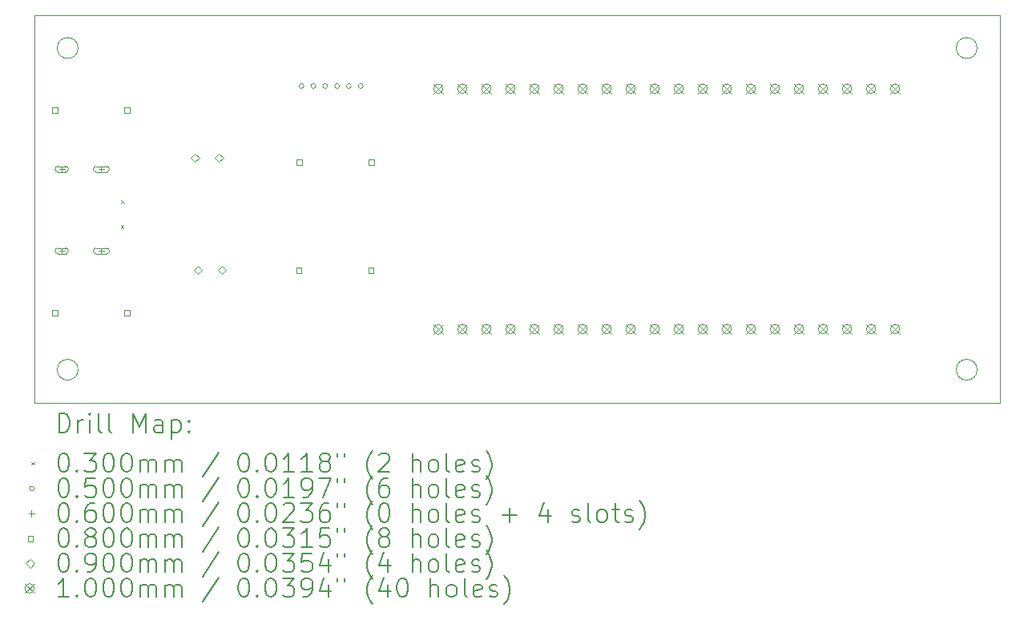
<source format=gbr>
%TF.GenerationSoftware,KiCad,Pcbnew,9.0.6-9.0.6~ubuntu24.04.1*%
%TF.CreationDate,2025-12-30T16:15:24+01:00*%
%TF.ProjectId,security-system,73656375-7269-4747-992d-73797374656d,0*%
%TF.SameCoordinates,Original*%
%TF.FileFunction,Drillmap*%
%TF.FilePolarity,Positive*%
%FSLAX45Y45*%
G04 Gerber Fmt 4.5, Leading zero omitted, Abs format (unit mm)*
G04 Created by KiCad (PCBNEW 9.0.6-9.0.6~ubuntu24.04.1) date 2025-12-30 16:15:24*
%MOMM*%
%LPD*%
G01*
G04 APERTURE LIST*
%ADD10C,0.038100*%
%ADD11C,0.200000*%
%ADD12C,0.100000*%
G04 APERTURE END LIST*
D10*
X12960000Y-6950000D02*
G75*
G02*
X12740000Y-6950000I-110000J0D01*
G01*
X12740000Y-6950000D02*
G75*
G02*
X12960000Y-6950000I110000J0D01*
G01*
X22460000Y-10350000D02*
G75*
G02*
X22240000Y-10350000I-110000J0D01*
G01*
X22240000Y-10350000D02*
G75*
G02*
X22460000Y-10350000I110000J0D01*
G01*
X12960000Y-10350000D02*
G75*
G02*
X12740000Y-10350000I-110000J0D01*
G01*
X12740000Y-10350000D02*
G75*
G02*
X12960000Y-10350000I110000J0D01*
G01*
X22460000Y-6950000D02*
G75*
G02*
X22240000Y-6950000I-110000J0D01*
G01*
X22240000Y-6950000D02*
G75*
G02*
X22460000Y-6950000I110000J0D01*
G01*
X12500000Y-6600000D02*
X12500000Y-10700000D01*
X22700000Y-6600000D02*
X12500000Y-6600000D01*
X22700000Y-10700000D02*
X22700000Y-6600000D01*
X12500000Y-10700000D02*
X22700000Y-10700000D01*
D11*
D12*
X13412000Y-8822000D02*
X13442000Y-8852000D01*
X13442000Y-8822000D02*
X13412000Y-8852000D01*
X13414000Y-8560000D02*
X13444000Y-8590000D01*
X13444000Y-8560000D02*
X13414000Y-8590000D01*
X15347000Y-7352000D02*
G75*
G02*
X15297000Y-7352000I-25000J0D01*
G01*
X15297000Y-7352000D02*
G75*
G02*
X15347000Y-7352000I25000J0D01*
G01*
X15472000Y-7352000D02*
G75*
G02*
X15422000Y-7352000I-25000J0D01*
G01*
X15422000Y-7352000D02*
G75*
G02*
X15472000Y-7352000I25000J0D01*
G01*
X15597000Y-7352000D02*
G75*
G02*
X15547000Y-7352000I-25000J0D01*
G01*
X15547000Y-7352000D02*
G75*
G02*
X15597000Y-7352000I25000J0D01*
G01*
X15722000Y-7352000D02*
G75*
G02*
X15672000Y-7352000I-25000J0D01*
G01*
X15672000Y-7352000D02*
G75*
G02*
X15722000Y-7352000I25000J0D01*
G01*
X15847000Y-7352000D02*
G75*
G02*
X15797000Y-7352000I-25000J0D01*
G01*
X15797000Y-7352000D02*
G75*
G02*
X15847000Y-7352000I25000J0D01*
G01*
X15972000Y-7352000D02*
G75*
G02*
X15922000Y-7352000I-25000J0D01*
G01*
X15922000Y-7352000D02*
G75*
G02*
X15972000Y-7352000I25000J0D01*
G01*
X12788000Y-8200000D02*
X12788000Y-8260000D01*
X12758000Y-8230000D02*
X12818000Y-8230000D01*
X12828000Y-8200000D02*
X12748000Y-8200000D01*
X12748000Y-8260000D02*
G75*
G02*
X12748000Y-8200000I0J30000D01*
G01*
X12748000Y-8260000D02*
X12828000Y-8260000D01*
X12828000Y-8260000D02*
G75*
G03*
X12828000Y-8200000I0J30000D01*
G01*
X12788000Y-9064000D02*
X12788000Y-9124000D01*
X12758000Y-9094000D02*
X12818000Y-9094000D01*
X12828000Y-9064000D02*
X12748000Y-9064000D01*
X12748000Y-9124000D02*
G75*
G02*
X12748000Y-9064000I0J30000D01*
G01*
X12748000Y-9124000D02*
X12828000Y-9124000D01*
X12828000Y-9124000D02*
G75*
G03*
X12828000Y-9064000I0J30000D01*
G01*
X13206000Y-8200000D02*
X13206000Y-8260000D01*
X13176000Y-8230000D02*
X13236000Y-8230000D01*
X13261000Y-8200000D02*
X13151000Y-8200000D01*
X13151000Y-8260000D02*
G75*
G02*
X13151000Y-8200000I0J30000D01*
G01*
X13151000Y-8260000D02*
X13261000Y-8260000D01*
X13261000Y-8260000D02*
G75*
G03*
X13261000Y-8200000I0J30000D01*
G01*
X13206000Y-9064000D02*
X13206000Y-9124000D01*
X13176000Y-9094000D02*
X13236000Y-9094000D01*
X13261000Y-9064000D02*
X13151000Y-9064000D01*
X13151000Y-9124000D02*
G75*
G02*
X13151000Y-9064000I0J30000D01*
G01*
X13151000Y-9124000D02*
X13261000Y-9124000D01*
X13261000Y-9124000D02*
G75*
G03*
X13261000Y-9064000I0J30000D01*
G01*
X12741284Y-7634284D02*
X12741284Y-7577715D01*
X12684715Y-7577715D01*
X12684715Y-7634284D01*
X12741284Y-7634284D01*
X12741284Y-9775285D02*
X12741284Y-9718716D01*
X12684715Y-9718716D01*
X12684715Y-9775285D01*
X12741284Y-9775285D01*
X13503284Y-7634284D02*
X13503284Y-7577715D01*
X13446715Y-7577715D01*
X13446715Y-7634284D01*
X13503284Y-7634284D01*
X13503284Y-9775285D02*
X13503284Y-9718716D01*
X13446715Y-9718716D01*
X13446715Y-9775285D01*
X13503284Y-9775285D01*
X15321284Y-9327285D02*
X15321284Y-9270716D01*
X15264715Y-9270716D01*
X15264715Y-9327285D01*
X15321284Y-9327285D01*
X15324284Y-8183284D02*
X15324284Y-8126715D01*
X15267715Y-8126715D01*
X15267715Y-8183284D01*
X15324284Y-8183284D01*
X16083284Y-9327285D02*
X16083284Y-9270716D01*
X16026715Y-9270716D01*
X16026715Y-9327285D01*
X16083284Y-9327285D01*
X16086284Y-8183284D02*
X16086284Y-8126715D01*
X16029715Y-8126715D01*
X16029715Y-8183284D01*
X16086284Y-8183284D01*
X14195500Y-8154000D02*
X14240500Y-8109000D01*
X14195500Y-8064000D01*
X14150500Y-8109000D01*
X14195500Y-8154000D01*
X14227500Y-9340000D02*
X14272500Y-9295000D01*
X14227500Y-9250000D01*
X14182500Y-9295000D01*
X14227500Y-9340000D01*
X14449500Y-8154000D02*
X14494500Y-8109000D01*
X14449500Y-8064000D01*
X14404500Y-8109000D01*
X14449500Y-8154000D01*
X14481500Y-9340000D02*
X14526500Y-9295000D01*
X14481500Y-9250000D01*
X14436500Y-9295000D01*
X14481500Y-9340000D01*
X16717000Y-7331000D02*
X16817000Y-7431000D01*
X16817000Y-7331000D02*
X16717000Y-7431000D01*
X16817000Y-7381000D02*
G75*
G02*
X16717000Y-7381000I-50000J0D01*
G01*
X16717000Y-7381000D02*
G75*
G02*
X16817000Y-7381000I50000J0D01*
G01*
X16717000Y-9875000D02*
X16817000Y-9975000D01*
X16817000Y-9875000D02*
X16717000Y-9975000D01*
X16817000Y-9925000D02*
G75*
G02*
X16717000Y-9925000I-50000J0D01*
G01*
X16717000Y-9925000D02*
G75*
G02*
X16817000Y-9925000I50000J0D01*
G01*
X16971000Y-7330000D02*
X17071000Y-7430000D01*
X17071000Y-7330000D02*
X16971000Y-7430000D01*
X17071000Y-7380000D02*
G75*
G02*
X16971000Y-7380000I-50000J0D01*
G01*
X16971000Y-7380000D02*
G75*
G02*
X17071000Y-7380000I50000J0D01*
G01*
X16971000Y-9870000D02*
X17071000Y-9970000D01*
X17071000Y-9870000D02*
X16971000Y-9970000D01*
X17071000Y-9920000D02*
G75*
G02*
X16971000Y-9920000I-50000J0D01*
G01*
X16971000Y-9920000D02*
G75*
G02*
X17071000Y-9920000I50000J0D01*
G01*
X17225000Y-7330000D02*
X17325000Y-7430000D01*
X17325000Y-7330000D02*
X17225000Y-7430000D01*
X17325000Y-7380000D02*
G75*
G02*
X17225000Y-7380000I-50000J0D01*
G01*
X17225000Y-7380000D02*
G75*
G02*
X17325000Y-7380000I50000J0D01*
G01*
X17225000Y-9870000D02*
X17325000Y-9970000D01*
X17325000Y-9870000D02*
X17225000Y-9970000D01*
X17325000Y-9920000D02*
G75*
G02*
X17225000Y-9920000I-50000J0D01*
G01*
X17225000Y-9920000D02*
G75*
G02*
X17325000Y-9920000I50000J0D01*
G01*
X17479000Y-7330000D02*
X17579000Y-7430000D01*
X17579000Y-7330000D02*
X17479000Y-7430000D01*
X17579000Y-7380000D02*
G75*
G02*
X17479000Y-7380000I-50000J0D01*
G01*
X17479000Y-7380000D02*
G75*
G02*
X17579000Y-7380000I50000J0D01*
G01*
X17479000Y-9870000D02*
X17579000Y-9970000D01*
X17579000Y-9870000D02*
X17479000Y-9970000D01*
X17579000Y-9920000D02*
G75*
G02*
X17479000Y-9920000I-50000J0D01*
G01*
X17479000Y-9920000D02*
G75*
G02*
X17579000Y-9920000I50000J0D01*
G01*
X17733000Y-7330000D02*
X17833000Y-7430000D01*
X17833000Y-7330000D02*
X17733000Y-7430000D01*
X17833000Y-7380000D02*
G75*
G02*
X17733000Y-7380000I-50000J0D01*
G01*
X17733000Y-7380000D02*
G75*
G02*
X17833000Y-7380000I50000J0D01*
G01*
X17733000Y-9870000D02*
X17833000Y-9970000D01*
X17833000Y-9870000D02*
X17733000Y-9970000D01*
X17833000Y-9920000D02*
G75*
G02*
X17733000Y-9920000I-50000J0D01*
G01*
X17733000Y-9920000D02*
G75*
G02*
X17833000Y-9920000I50000J0D01*
G01*
X17987000Y-7330000D02*
X18087000Y-7430000D01*
X18087000Y-7330000D02*
X17987000Y-7430000D01*
X18087000Y-7380000D02*
G75*
G02*
X17987000Y-7380000I-50000J0D01*
G01*
X17987000Y-7380000D02*
G75*
G02*
X18087000Y-7380000I50000J0D01*
G01*
X17987000Y-9870000D02*
X18087000Y-9970000D01*
X18087000Y-9870000D02*
X17987000Y-9970000D01*
X18087000Y-9920000D02*
G75*
G02*
X17987000Y-9920000I-50000J0D01*
G01*
X17987000Y-9920000D02*
G75*
G02*
X18087000Y-9920000I50000J0D01*
G01*
X18241000Y-7330000D02*
X18341000Y-7430000D01*
X18341000Y-7330000D02*
X18241000Y-7430000D01*
X18341000Y-7380000D02*
G75*
G02*
X18241000Y-7380000I-50000J0D01*
G01*
X18241000Y-7380000D02*
G75*
G02*
X18341000Y-7380000I50000J0D01*
G01*
X18241000Y-9870000D02*
X18341000Y-9970000D01*
X18341000Y-9870000D02*
X18241000Y-9970000D01*
X18341000Y-9920000D02*
G75*
G02*
X18241000Y-9920000I-50000J0D01*
G01*
X18241000Y-9920000D02*
G75*
G02*
X18341000Y-9920000I50000J0D01*
G01*
X18495000Y-7330000D02*
X18595000Y-7430000D01*
X18595000Y-7330000D02*
X18495000Y-7430000D01*
X18595000Y-7380000D02*
G75*
G02*
X18495000Y-7380000I-50000J0D01*
G01*
X18495000Y-7380000D02*
G75*
G02*
X18595000Y-7380000I50000J0D01*
G01*
X18495000Y-9870000D02*
X18595000Y-9970000D01*
X18595000Y-9870000D02*
X18495000Y-9970000D01*
X18595000Y-9920000D02*
G75*
G02*
X18495000Y-9920000I-50000J0D01*
G01*
X18495000Y-9920000D02*
G75*
G02*
X18595000Y-9920000I50000J0D01*
G01*
X18749000Y-7330000D02*
X18849000Y-7430000D01*
X18849000Y-7330000D02*
X18749000Y-7430000D01*
X18849000Y-7380000D02*
G75*
G02*
X18749000Y-7380000I-50000J0D01*
G01*
X18749000Y-7380000D02*
G75*
G02*
X18849000Y-7380000I50000J0D01*
G01*
X18749000Y-9870000D02*
X18849000Y-9970000D01*
X18849000Y-9870000D02*
X18749000Y-9970000D01*
X18849000Y-9920000D02*
G75*
G02*
X18749000Y-9920000I-50000J0D01*
G01*
X18749000Y-9920000D02*
G75*
G02*
X18849000Y-9920000I50000J0D01*
G01*
X19003000Y-7330000D02*
X19103000Y-7430000D01*
X19103000Y-7330000D02*
X19003000Y-7430000D01*
X19103000Y-7380000D02*
G75*
G02*
X19003000Y-7380000I-50000J0D01*
G01*
X19003000Y-7380000D02*
G75*
G02*
X19103000Y-7380000I50000J0D01*
G01*
X19003000Y-9870000D02*
X19103000Y-9970000D01*
X19103000Y-9870000D02*
X19003000Y-9970000D01*
X19103000Y-9920000D02*
G75*
G02*
X19003000Y-9920000I-50000J0D01*
G01*
X19003000Y-9920000D02*
G75*
G02*
X19103000Y-9920000I50000J0D01*
G01*
X19257000Y-7330000D02*
X19357000Y-7430000D01*
X19357000Y-7330000D02*
X19257000Y-7430000D01*
X19357000Y-7380000D02*
G75*
G02*
X19257000Y-7380000I-50000J0D01*
G01*
X19257000Y-7380000D02*
G75*
G02*
X19357000Y-7380000I50000J0D01*
G01*
X19257000Y-9870000D02*
X19357000Y-9970000D01*
X19357000Y-9870000D02*
X19257000Y-9970000D01*
X19357000Y-9920000D02*
G75*
G02*
X19257000Y-9920000I-50000J0D01*
G01*
X19257000Y-9920000D02*
G75*
G02*
X19357000Y-9920000I50000J0D01*
G01*
X19511000Y-7330000D02*
X19611000Y-7430000D01*
X19611000Y-7330000D02*
X19511000Y-7430000D01*
X19611000Y-7380000D02*
G75*
G02*
X19511000Y-7380000I-50000J0D01*
G01*
X19511000Y-7380000D02*
G75*
G02*
X19611000Y-7380000I50000J0D01*
G01*
X19511000Y-9870000D02*
X19611000Y-9970000D01*
X19611000Y-9870000D02*
X19511000Y-9970000D01*
X19611000Y-9920000D02*
G75*
G02*
X19511000Y-9920000I-50000J0D01*
G01*
X19511000Y-9920000D02*
G75*
G02*
X19611000Y-9920000I50000J0D01*
G01*
X19765000Y-7330000D02*
X19865000Y-7430000D01*
X19865000Y-7330000D02*
X19765000Y-7430000D01*
X19865000Y-7380000D02*
G75*
G02*
X19765000Y-7380000I-50000J0D01*
G01*
X19765000Y-7380000D02*
G75*
G02*
X19865000Y-7380000I50000J0D01*
G01*
X19765000Y-9870000D02*
X19865000Y-9970000D01*
X19865000Y-9870000D02*
X19765000Y-9970000D01*
X19865000Y-9920000D02*
G75*
G02*
X19765000Y-9920000I-50000J0D01*
G01*
X19765000Y-9920000D02*
G75*
G02*
X19865000Y-9920000I50000J0D01*
G01*
X20019000Y-7330000D02*
X20119000Y-7430000D01*
X20119000Y-7330000D02*
X20019000Y-7430000D01*
X20119000Y-7380000D02*
G75*
G02*
X20019000Y-7380000I-50000J0D01*
G01*
X20019000Y-7380000D02*
G75*
G02*
X20119000Y-7380000I50000J0D01*
G01*
X20019000Y-9870000D02*
X20119000Y-9970000D01*
X20119000Y-9870000D02*
X20019000Y-9970000D01*
X20119000Y-9920000D02*
G75*
G02*
X20019000Y-9920000I-50000J0D01*
G01*
X20019000Y-9920000D02*
G75*
G02*
X20119000Y-9920000I50000J0D01*
G01*
X20273000Y-7330000D02*
X20373000Y-7430000D01*
X20373000Y-7330000D02*
X20273000Y-7430000D01*
X20373000Y-7380000D02*
G75*
G02*
X20273000Y-7380000I-50000J0D01*
G01*
X20273000Y-7380000D02*
G75*
G02*
X20373000Y-7380000I50000J0D01*
G01*
X20273000Y-9870000D02*
X20373000Y-9970000D01*
X20373000Y-9870000D02*
X20273000Y-9970000D01*
X20373000Y-9920000D02*
G75*
G02*
X20273000Y-9920000I-50000J0D01*
G01*
X20273000Y-9920000D02*
G75*
G02*
X20373000Y-9920000I50000J0D01*
G01*
X20527000Y-7330000D02*
X20627000Y-7430000D01*
X20627000Y-7330000D02*
X20527000Y-7430000D01*
X20627000Y-7380000D02*
G75*
G02*
X20527000Y-7380000I-50000J0D01*
G01*
X20527000Y-7380000D02*
G75*
G02*
X20627000Y-7380000I50000J0D01*
G01*
X20527000Y-9870000D02*
X20627000Y-9970000D01*
X20627000Y-9870000D02*
X20527000Y-9970000D01*
X20627000Y-9920000D02*
G75*
G02*
X20527000Y-9920000I-50000J0D01*
G01*
X20527000Y-9920000D02*
G75*
G02*
X20627000Y-9920000I50000J0D01*
G01*
X20781000Y-7330000D02*
X20881000Y-7430000D01*
X20881000Y-7330000D02*
X20781000Y-7430000D01*
X20881000Y-7380000D02*
G75*
G02*
X20781000Y-7380000I-50000J0D01*
G01*
X20781000Y-7380000D02*
G75*
G02*
X20881000Y-7380000I50000J0D01*
G01*
X20781000Y-9870000D02*
X20881000Y-9970000D01*
X20881000Y-9870000D02*
X20781000Y-9970000D01*
X20881000Y-9920000D02*
G75*
G02*
X20781000Y-9920000I-50000J0D01*
G01*
X20781000Y-9920000D02*
G75*
G02*
X20881000Y-9920000I50000J0D01*
G01*
X21035000Y-7330000D02*
X21135000Y-7430000D01*
X21135000Y-7330000D02*
X21035000Y-7430000D01*
X21135000Y-7380000D02*
G75*
G02*
X21035000Y-7380000I-50000J0D01*
G01*
X21035000Y-7380000D02*
G75*
G02*
X21135000Y-7380000I50000J0D01*
G01*
X21035000Y-9870000D02*
X21135000Y-9970000D01*
X21135000Y-9870000D02*
X21035000Y-9970000D01*
X21135000Y-9920000D02*
G75*
G02*
X21035000Y-9920000I-50000J0D01*
G01*
X21035000Y-9920000D02*
G75*
G02*
X21135000Y-9920000I50000J0D01*
G01*
X21289000Y-7330000D02*
X21389000Y-7430000D01*
X21389000Y-7330000D02*
X21289000Y-7430000D01*
X21389000Y-7380000D02*
G75*
G02*
X21289000Y-7380000I-50000J0D01*
G01*
X21289000Y-7380000D02*
G75*
G02*
X21389000Y-7380000I50000J0D01*
G01*
X21289000Y-9870000D02*
X21389000Y-9970000D01*
X21389000Y-9870000D02*
X21289000Y-9970000D01*
X21389000Y-9920000D02*
G75*
G02*
X21289000Y-9920000I-50000J0D01*
G01*
X21289000Y-9920000D02*
G75*
G02*
X21389000Y-9920000I50000J0D01*
G01*
X21543000Y-7330000D02*
X21643000Y-7430000D01*
X21643000Y-7330000D02*
X21543000Y-7430000D01*
X21643000Y-7380000D02*
G75*
G02*
X21543000Y-7380000I-50000J0D01*
G01*
X21543000Y-7380000D02*
G75*
G02*
X21643000Y-7380000I50000J0D01*
G01*
X21543000Y-9870000D02*
X21643000Y-9970000D01*
X21643000Y-9870000D02*
X21543000Y-9970000D01*
X21643000Y-9920000D02*
G75*
G02*
X21543000Y-9920000I-50000J0D01*
G01*
X21543000Y-9920000D02*
G75*
G02*
X21643000Y-9920000I50000J0D01*
G01*
D11*
X12758872Y-11013389D02*
X12758872Y-10813389D01*
X12758872Y-10813389D02*
X12806491Y-10813389D01*
X12806491Y-10813389D02*
X12835062Y-10822913D01*
X12835062Y-10822913D02*
X12854110Y-10841960D01*
X12854110Y-10841960D02*
X12863634Y-10861008D01*
X12863634Y-10861008D02*
X12873157Y-10899103D01*
X12873157Y-10899103D02*
X12873157Y-10927675D01*
X12873157Y-10927675D02*
X12863634Y-10965770D01*
X12863634Y-10965770D02*
X12854110Y-10984817D01*
X12854110Y-10984817D02*
X12835062Y-11003865D01*
X12835062Y-11003865D02*
X12806491Y-11013389D01*
X12806491Y-11013389D02*
X12758872Y-11013389D01*
X12958872Y-11013389D02*
X12958872Y-10880055D01*
X12958872Y-10918151D02*
X12968396Y-10899103D01*
X12968396Y-10899103D02*
X12977919Y-10889579D01*
X12977919Y-10889579D02*
X12996967Y-10880055D01*
X12996967Y-10880055D02*
X13016015Y-10880055D01*
X13082681Y-11013389D02*
X13082681Y-10880055D01*
X13082681Y-10813389D02*
X13073157Y-10822913D01*
X13073157Y-10822913D02*
X13082681Y-10832436D01*
X13082681Y-10832436D02*
X13092205Y-10822913D01*
X13092205Y-10822913D02*
X13082681Y-10813389D01*
X13082681Y-10813389D02*
X13082681Y-10832436D01*
X13206491Y-11013389D02*
X13187443Y-11003865D01*
X13187443Y-11003865D02*
X13177919Y-10984817D01*
X13177919Y-10984817D02*
X13177919Y-10813389D01*
X13311253Y-11013389D02*
X13292205Y-11003865D01*
X13292205Y-11003865D02*
X13282681Y-10984817D01*
X13282681Y-10984817D02*
X13282681Y-10813389D01*
X13539824Y-11013389D02*
X13539824Y-10813389D01*
X13539824Y-10813389D02*
X13606491Y-10956246D01*
X13606491Y-10956246D02*
X13673157Y-10813389D01*
X13673157Y-10813389D02*
X13673157Y-11013389D01*
X13854110Y-11013389D02*
X13854110Y-10908627D01*
X13854110Y-10908627D02*
X13844586Y-10889579D01*
X13844586Y-10889579D02*
X13825538Y-10880055D01*
X13825538Y-10880055D02*
X13787443Y-10880055D01*
X13787443Y-10880055D02*
X13768396Y-10889579D01*
X13854110Y-11003865D02*
X13835062Y-11013389D01*
X13835062Y-11013389D02*
X13787443Y-11013389D01*
X13787443Y-11013389D02*
X13768396Y-11003865D01*
X13768396Y-11003865D02*
X13758872Y-10984817D01*
X13758872Y-10984817D02*
X13758872Y-10965770D01*
X13758872Y-10965770D02*
X13768396Y-10946722D01*
X13768396Y-10946722D02*
X13787443Y-10937198D01*
X13787443Y-10937198D02*
X13835062Y-10937198D01*
X13835062Y-10937198D02*
X13854110Y-10927675D01*
X13949348Y-10880055D02*
X13949348Y-11080055D01*
X13949348Y-10889579D02*
X13968396Y-10880055D01*
X13968396Y-10880055D02*
X14006491Y-10880055D01*
X14006491Y-10880055D02*
X14025538Y-10889579D01*
X14025538Y-10889579D02*
X14035062Y-10899103D01*
X14035062Y-10899103D02*
X14044586Y-10918151D01*
X14044586Y-10918151D02*
X14044586Y-10975294D01*
X14044586Y-10975294D02*
X14035062Y-10994341D01*
X14035062Y-10994341D02*
X14025538Y-11003865D01*
X14025538Y-11003865D02*
X14006491Y-11013389D01*
X14006491Y-11013389D02*
X13968396Y-11013389D01*
X13968396Y-11013389D02*
X13949348Y-11003865D01*
X14130300Y-10994341D02*
X14139824Y-11003865D01*
X14139824Y-11003865D02*
X14130300Y-11013389D01*
X14130300Y-11013389D02*
X14120777Y-11003865D01*
X14120777Y-11003865D02*
X14130300Y-10994341D01*
X14130300Y-10994341D02*
X14130300Y-11013389D01*
X14130300Y-10889579D02*
X14139824Y-10899103D01*
X14139824Y-10899103D02*
X14130300Y-10908627D01*
X14130300Y-10908627D02*
X14120777Y-10899103D01*
X14120777Y-10899103D02*
X14130300Y-10889579D01*
X14130300Y-10889579D02*
X14130300Y-10908627D01*
D12*
X12468095Y-11326905D02*
X12498095Y-11356905D01*
X12498095Y-11326905D02*
X12468095Y-11356905D01*
D11*
X12796967Y-11233389D02*
X12816015Y-11233389D01*
X12816015Y-11233389D02*
X12835062Y-11242913D01*
X12835062Y-11242913D02*
X12844586Y-11252436D01*
X12844586Y-11252436D02*
X12854110Y-11271484D01*
X12854110Y-11271484D02*
X12863634Y-11309579D01*
X12863634Y-11309579D02*
X12863634Y-11357198D01*
X12863634Y-11357198D02*
X12854110Y-11395293D01*
X12854110Y-11395293D02*
X12844586Y-11414341D01*
X12844586Y-11414341D02*
X12835062Y-11423865D01*
X12835062Y-11423865D02*
X12816015Y-11433389D01*
X12816015Y-11433389D02*
X12796967Y-11433389D01*
X12796967Y-11433389D02*
X12777919Y-11423865D01*
X12777919Y-11423865D02*
X12768396Y-11414341D01*
X12768396Y-11414341D02*
X12758872Y-11395293D01*
X12758872Y-11395293D02*
X12749348Y-11357198D01*
X12749348Y-11357198D02*
X12749348Y-11309579D01*
X12749348Y-11309579D02*
X12758872Y-11271484D01*
X12758872Y-11271484D02*
X12768396Y-11252436D01*
X12768396Y-11252436D02*
X12777919Y-11242913D01*
X12777919Y-11242913D02*
X12796967Y-11233389D01*
X12949348Y-11414341D02*
X12958872Y-11423865D01*
X12958872Y-11423865D02*
X12949348Y-11433389D01*
X12949348Y-11433389D02*
X12939824Y-11423865D01*
X12939824Y-11423865D02*
X12949348Y-11414341D01*
X12949348Y-11414341D02*
X12949348Y-11433389D01*
X13025538Y-11233389D02*
X13149348Y-11233389D01*
X13149348Y-11233389D02*
X13082681Y-11309579D01*
X13082681Y-11309579D02*
X13111253Y-11309579D01*
X13111253Y-11309579D02*
X13130300Y-11319103D01*
X13130300Y-11319103D02*
X13139824Y-11328627D01*
X13139824Y-11328627D02*
X13149348Y-11347674D01*
X13149348Y-11347674D02*
X13149348Y-11395293D01*
X13149348Y-11395293D02*
X13139824Y-11414341D01*
X13139824Y-11414341D02*
X13130300Y-11423865D01*
X13130300Y-11423865D02*
X13111253Y-11433389D01*
X13111253Y-11433389D02*
X13054110Y-11433389D01*
X13054110Y-11433389D02*
X13035062Y-11423865D01*
X13035062Y-11423865D02*
X13025538Y-11414341D01*
X13273157Y-11233389D02*
X13292205Y-11233389D01*
X13292205Y-11233389D02*
X13311253Y-11242913D01*
X13311253Y-11242913D02*
X13320777Y-11252436D01*
X13320777Y-11252436D02*
X13330300Y-11271484D01*
X13330300Y-11271484D02*
X13339824Y-11309579D01*
X13339824Y-11309579D02*
X13339824Y-11357198D01*
X13339824Y-11357198D02*
X13330300Y-11395293D01*
X13330300Y-11395293D02*
X13320777Y-11414341D01*
X13320777Y-11414341D02*
X13311253Y-11423865D01*
X13311253Y-11423865D02*
X13292205Y-11433389D01*
X13292205Y-11433389D02*
X13273157Y-11433389D01*
X13273157Y-11433389D02*
X13254110Y-11423865D01*
X13254110Y-11423865D02*
X13244586Y-11414341D01*
X13244586Y-11414341D02*
X13235062Y-11395293D01*
X13235062Y-11395293D02*
X13225538Y-11357198D01*
X13225538Y-11357198D02*
X13225538Y-11309579D01*
X13225538Y-11309579D02*
X13235062Y-11271484D01*
X13235062Y-11271484D02*
X13244586Y-11252436D01*
X13244586Y-11252436D02*
X13254110Y-11242913D01*
X13254110Y-11242913D02*
X13273157Y-11233389D01*
X13463634Y-11233389D02*
X13482681Y-11233389D01*
X13482681Y-11233389D02*
X13501729Y-11242913D01*
X13501729Y-11242913D02*
X13511253Y-11252436D01*
X13511253Y-11252436D02*
X13520777Y-11271484D01*
X13520777Y-11271484D02*
X13530300Y-11309579D01*
X13530300Y-11309579D02*
X13530300Y-11357198D01*
X13530300Y-11357198D02*
X13520777Y-11395293D01*
X13520777Y-11395293D02*
X13511253Y-11414341D01*
X13511253Y-11414341D02*
X13501729Y-11423865D01*
X13501729Y-11423865D02*
X13482681Y-11433389D01*
X13482681Y-11433389D02*
X13463634Y-11433389D01*
X13463634Y-11433389D02*
X13444586Y-11423865D01*
X13444586Y-11423865D02*
X13435062Y-11414341D01*
X13435062Y-11414341D02*
X13425538Y-11395293D01*
X13425538Y-11395293D02*
X13416015Y-11357198D01*
X13416015Y-11357198D02*
X13416015Y-11309579D01*
X13416015Y-11309579D02*
X13425538Y-11271484D01*
X13425538Y-11271484D02*
X13435062Y-11252436D01*
X13435062Y-11252436D02*
X13444586Y-11242913D01*
X13444586Y-11242913D02*
X13463634Y-11233389D01*
X13616015Y-11433389D02*
X13616015Y-11300055D01*
X13616015Y-11319103D02*
X13625538Y-11309579D01*
X13625538Y-11309579D02*
X13644586Y-11300055D01*
X13644586Y-11300055D02*
X13673158Y-11300055D01*
X13673158Y-11300055D02*
X13692205Y-11309579D01*
X13692205Y-11309579D02*
X13701729Y-11328627D01*
X13701729Y-11328627D02*
X13701729Y-11433389D01*
X13701729Y-11328627D02*
X13711253Y-11309579D01*
X13711253Y-11309579D02*
X13730300Y-11300055D01*
X13730300Y-11300055D02*
X13758872Y-11300055D01*
X13758872Y-11300055D02*
X13777919Y-11309579D01*
X13777919Y-11309579D02*
X13787443Y-11328627D01*
X13787443Y-11328627D02*
X13787443Y-11433389D01*
X13882681Y-11433389D02*
X13882681Y-11300055D01*
X13882681Y-11319103D02*
X13892205Y-11309579D01*
X13892205Y-11309579D02*
X13911253Y-11300055D01*
X13911253Y-11300055D02*
X13939824Y-11300055D01*
X13939824Y-11300055D02*
X13958872Y-11309579D01*
X13958872Y-11309579D02*
X13968396Y-11328627D01*
X13968396Y-11328627D02*
X13968396Y-11433389D01*
X13968396Y-11328627D02*
X13977919Y-11309579D01*
X13977919Y-11309579D02*
X13996967Y-11300055D01*
X13996967Y-11300055D02*
X14025538Y-11300055D01*
X14025538Y-11300055D02*
X14044586Y-11309579D01*
X14044586Y-11309579D02*
X14054110Y-11328627D01*
X14054110Y-11328627D02*
X14054110Y-11433389D01*
X14444586Y-11223865D02*
X14273158Y-11481008D01*
X14701729Y-11233389D02*
X14720777Y-11233389D01*
X14720777Y-11233389D02*
X14739824Y-11242913D01*
X14739824Y-11242913D02*
X14749348Y-11252436D01*
X14749348Y-11252436D02*
X14758872Y-11271484D01*
X14758872Y-11271484D02*
X14768396Y-11309579D01*
X14768396Y-11309579D02*
X14768396Y-11357198D01*
X14768396Y-11357198D02*
X14758872Y-11395293D01*
X14758872Y-11395293D02*
X14749348Y-11414341D01*
X14749348Y-11414341D02*
X14739824Y-11423865D01*
X14739824Y-11423865D02*
X14720777Y-11433389D01*
X14720777Y-11433389D02*
X14701729Y-11433389D01*
X14701729Y-11433389D02*
X14682681Y-11423865D01*
X14682681Y-11423865D02*
X14673158Y-11414341D01*
X14673158Y-11414341D02*
X14663634Y-11395293D01*
X14663634Y-11395293D02*
X14654110Y-11357198D01*
X14654110Y-11357198D02*
X14654110Y-11309579D01*
X14654110Y-11309579D02*
X14663634Y-11271484D01*
X14663634Y-11271484D02*
X14673158Y-11252436D01*
X14673158Y-11252436D02*
X14682681Y-11242913D01*
X14682681Y-11242913D02*
X14701729Y-11233389D01*
X14854110Y-11414341D02*
X14863634Y-11423865D01*
X14863634Y-11423865D02*
X14854110Y-11433389D01*
X14854110Y-11433389D02*
X14844586Y-11423865D01*
X14844586Y-11423865D02*
X14854110Y-11414341D01*
X14854110Y-11414341D02*
X14854110Y-11433389D01*
X14987443Y-11233389D02*
X15006491Y-11233389D01*
X15006491Y-11233389D02*
X15025539Y-11242913D01*
X15025539Y-11242913D02*
X15035062Y-11252436D01*
X15035062Y-11252436D02*
X15044586Y-11271484D01*
X15044586Y-11271484D02*
X15054110Y-11309579D01*
X15054110Y-11309579D02*
X15054110Y-11357198D01*
X15054110Y-11357198D02*
X15044586Y-11395293D01*
X15044586Y-11395293D02*
X15035062Y-11414341D01*
X15035062Y-11414341D02*
X15025539Y-11423865D01*
X15025539Y-11423865D02*
X15006491Y-11433389D01*
X15006491Y-11433389D02*
X14987443Y-11433389D01*
X14987443Y-11433389D02*
X14968396Y-11423865D01*
X14968396Y-11423865D02*
X14958872Y-11414341D01*
X14958872Y-11414341D02*
X14949348Y-11395293D01*
X14949348Y-11395293D02*
X14939824Y-11357198D01*
X14939824Y-11357198D02*
X14939824Y-11309579D01*
X14939824Y-11309579D02*
X14949348Y-11271484D01*
X14949348Y-11271484D02*
X14958872Y-11252436D01*
X14958872Y-11252436D02*
X14968396Y-11242913D01*
X14968396Y-11242913D02*
X14987443Y-11233389D01*
X15244586Y-11433389D02*
X15130301Y-11433389D01*
X15187443Y-11433389D02*
X15187443Y-11233389D01*
X15187443Y-11233389D02*
X15168396Y-11261960D01*
X15168396Y-11261960D02*
X15149348Y-11281008D01*
X15149348Y-11281008D02*
X15130301Y-11290532D01*
X15435062Y-11433389D02*
X15320777Y-11433389D01*
X15377920Y-11433389D02*
X15377920Y-11233389D01*
X15377920Y-11233389D02*
X15358872Y-11261960D01*
X15358872Y-11261960D02*
X15339824Y-11281008D01*
X15339824Y-11281008D02*
X15320777Y-11290532D01*
X15549348Y-11319103D02*
X15530301Y-11309579D01*
X15530301Y-11309579D02*
X15520777Y-11300055D01*
X15520777Y-11300055D02*
X15511253Y-11281008D01*
X15511253Y-11281008D02*
X15511253Y-11271484D01*
X15511253Y-11271484D02*
X15520777Y-11252436D01*
X15520777Y-11252436D02*
X15530301Y-11242913D01*
X15530301Y-11242913D02*
X15549348Y-11233389D01*
X15549348Y-11233389D02*
X15587443Y-11233389D01*
X15587443Y-11233389D02*
X15606491Y-11242913D01*
X15606491Y-11242913D02*
X15616015Y-11252436D01*
X15616015Y-11252436D02*
X15625539Y-11271484D01*
X15625539Y-11271484D02*
X15625539Y-11281008D01*
X15625539Y-11281008D02*
X15616015Y-11300055D01*
X15616015Y-11300055D02*
X15606491Y-11309579D01*
X15606491Y-11309579D02*
X15587443Y-11319103D01*
X15587443Y-11319103D02*
X15549348Y-11319103D01*
X15549348Y-11319103D02*
X15530301Y-11328627D01*
X15530301Y-11328627D02*
X15520777Y-11338151D01*
X15520777Y-11338151D02*
X15511253Y-11357198D01*
X15511253Y-11357198D02*
X15511253Y-11395293D01*
X15511253Y-11395293D02*
X15520777Y-11414341D01*
X15520777Y-11414341D02*
X15530301Y-11423865D01*
X15530301Y-11423865D02*
X15549348Y-11433389D01*
X15549348Y-11433389D02*
X15587443Y-11433389D01*
X15587443Y-11433389D02*
X15606491Y-11423865D01*
X15606491Y-11423865D02*
X15616015Y-11414341D01*
X15616015Y-11414341D02*
X15625539Y-11395293D01*
X15625539Y-11395293D02*
X15625539Y-11357198D01*
X15625539Y-11357198D02*
X15616015Y-11338151D01*
X15616015Y-11338151D02*
X15606491Y-11328627D01*
X15606491Y-11328627D02*
X15587443Y-11319103D01*
X15701729Y-11233389D02*
X15701729Y-11271484D01*
X15777920Y-11233389D02*
X15777920Y-11271484D01*
X16073158Y-11509579D02*
X16063634Y-11500055D01*
X16063634Y-11500055D02*
X16044586Y-11471484D01*
X16044586Y-11471484D02*
X16035063Y-11452436D01*
X16035063Y-11452436D02*
X16025539Y-11423865D01*
X16025539Y-11423865D02*
X16016015Y-11376246D01*
X16016015Y-11376246D02*
X16016015Y-11338151D01*
X16016015Y-11338151D02*
X16025539Y-11290532D01*
X16025539Y-11290532D02*
X16035063Y-11261960D01*
X16035063Y-11261960D02*
X16044586Y-11242913D01*
X16044586Y-11242913D02*
X16063634Y-11214341D01*
X16063634Y-11214341D02*
X16073158Y-11204817D01*
X16139824Y-11252436D02*
X16149348Y-11242913D01*
X16149348Y-11242913D02*
X16168396Y-11233389D01*
X16168396Y-11233389D02*
X16216015Y-11233389D01*
X16216015Y-11233389D02*
X16235063Y-11242913D01*
X16235063Y-11242913D02*
X16244586Y-11252436D01*
X16244586Y-11252436D02*
X16254110Y-11271484D01*
X16254110Y-11271484D02*
X16254110Y-11290532D01*
X16254110Y-11290532D02*
X16244586Y-11319103D01*
X16244586Y-11319103D02*
X16130301Y-11433389D01*
X16130301Y-11433389D02*
X16254110Y-11433389D01*
X16492205Y-11433389D02*
X16492205Y-11233389D01*
X16577920Y-11433389D02*
X16577920Y-11328627D01*
X16577920Y-11328627D02*
X16568396Y-11309579D01*
X16568396Y-11309579D02*
X16549348Y-11300055D01*
X16549348Y-11300055D02*
X16520777Y-11300055D01*
X16520777Y-11300055D02*
X16501729Y-11309579D01*
X16501729Y-11309579D02*
X16492205Y-11319103D01*
X16701729Y-11433389D02*
X16682682Y-11423865D01*
X16682682Y-11423865D02*
X16673158Y-11414341D01*
X16673158Y-11414341D02*
X16663634Y-11395293D01*
X16663634Y-11395293D02*
X16663634Y-11338151D01*
X16663634Y-11338151D02*
X16673158Y-11319103D01*
X16673158Y-11319103D02*
X16682682Y-11309579D01*
X16682682Y-11309579D02*
X16701729Y-11300055D01*
X16701729Y-11300055D02*
X16730301Y-11300055D01*
X16730301Y-11300055D02*
X16749348Y-11309579D01*
X16749348Y-11309579D02*
X16758872Y-11319103D01*
X16758872Y-11319103D02*
X16768396Y-11338151D01*
X16768396Y-11338151D02*
X16768396Y-11395293D01*
X16768396Y-11395293D02*
X16758872Y-11414341D01*
X16758872Y-11414341D02*
X16749348Y-11423865D01*
X16749348Y-11423865D02*
X16730301Y-11433389D01*
X16730301Y-11433389D02*
X16701729Y-11433389D01*
X16882682Y-11433389D02*
X16863634Y-11423865D01*
X16863634Y-11423865D02*
X16854110Y-11404817D01*
X16854110Y-11404817D02*
X16854110Y-11233389D01*
X17035063Y-11423865D02*
X17016015Y-11433389D01*
X17016015Y-11433389D02*
X16977920Y-11433389D01*
X16977920Y-11433389D02*
X16958872Y-11423865D01*
X16958872Y-11423865D02*
X16949348Y-11404817D01*
X16949348Y-11404817D02*
X16949348Y-11328627D01*
X16949348Y-11328627D02*
X16958872Y-11309579D01*
X16958872Y-11309579D02*
X16977920Y-11300055D01*
X16977920Y-11300055D02*
X17016015Y-11300055D01*
X17016015Y-11300055D02*
X17035063Y-11309579D01*
X17035063Y-11309579D02*
X17044587Y-11328627D01*
X17044587Y-11328627D02*
X17044587Y-11347674D01*
X17044587Y-11347674D02*
X16949348Y-11366722D01*
X17120777Y-11423865D02*
X17139825Y-11433389D01*
X17139825Y-11433389D02*
X17177920Y-11433389D01*
X17177920Y-11433389D02*
X17196968Y-11423865D01*
X17196968Y-11423865D02*
X17206491Y-11404817D01*
X17206491Y-11404817D02*
X17206491Y-11395293D01*
X17206491Y-11395293D02*
X17196968Y-11376246D01*
X17196968Y-11376246D02*
X17177920Y-11366722D01*
X17177920Y-11366722D02*
X17149348Y-11366722D01*
X17149348Y-11366722D02*
X17130301Y-11357198D01*
X17130301Y-11357198D02*
X17120777Y-11338151D01*
X17120777Y-11338151D02*
X17120777Y-11328627D01*
X17120777Y-11328627D02*
X17130301Y-11309579D01*
X17130301Y-11309579D02*
X17149348Y-11300055D01*
X17149348Y-11300055D02*
X17177920Y-11300055D01*
X17177920Y-11300055D02*
X17196968Y-11309579D01*
X17273158Y-11509579D02*
X17282682Y-11500055D01*
X17282682Y-11500055D02*
X17301729Y-11471484D01*
X17301729Y-11471484D02*
X17311253Y-11452436D01*
X17311253Y-11452436D02*
X17320777Y-11423865D01*
X17320777Y-11423865D02*
X17330301Y-11376246D01*
X17330301Y-11376246D02*
X17330301Y-11338151D01*
X17330301Y-11338151D02*
X17320777Y-11290532D01*
X17320777Y-11290532D02*
X17311253Y-11261960D01*
X17311253Y-11261960D02*
X17301729Y-11242913D01*
X17301729Y-11242913D02*
X17282682Y-11214341D01*
X17282682Y-11214341D02*
X17273158Y-11204817D01*
D12*
X12498095Y-11605905D02*
G75*
G02*
X12448095Y-11605905I-25000J0D01*
G01*
X12448095Y-11605905D02*
G75*
G02*
X12498095Y-11605905I25000J0D01*
G01*
D11*
X12796967Y-11497389D02*
X12816015Y-11497389D01*
X12816015Y-11497389D02*
X12835062Y-11506913D01*
X12835062Y-11506913D02*
X12844586Y-11516436D01*
X12844586Y-11516436D02*
X12854110Y-11535484D01*
X12854110Y-11535484D02*
X12863634Y-11573579D01*
X12863634Y-11573579D02*
X12863634Y-11621198D01*
X12863634Y-11621198D02*
X12854110Y-11659293D01*
X12854110Y-11659293D02*
X12844586Y-11678341D01*
X12844586Y-11678341D02*
X12835062Y-11687865D01*
X12835062Y-11687865D02*
X12816015Y-11697389D01*
X12816015Y-11697389D02*
X12796967Y-11697389D01*
X12796967Y-11697389D02*
X12777919Y-11687865D01*
X12777919Y-11687865D02*
X12768396Y-11678341D01*
X12768396Y-11678341D02*
X12758872Y-11659293D01*
X12758872Y-11659293D02*
X12749348Y-11621198D01*
X12749348Y-11621198D02*
X12749348Y-11573579D01*
X12749348Y-11573579D02*
X12758872Y-11535484D01*
X12758872Y-11535484D02*
X12768396Y-11516436D01*
X12768396Y-11516436D02*
X12777919Y-11506913D01*
X12777919Y-11506913D02*
X12796967Y-11497389D01*
X12949348Y-11678341D02*
X12958872Y-11687865D01*
X12958872Y-11687865D02*
X12949348Y-11697389D01*
X12949348Y-11697389D02*
X12939824Y-11687865D01*
X12939824Y-11687865D02*
X12949348Y-11678341D01*
X12949348Y-11678341D02*
X12949348Y-11697389D01*
X13139824Y-11497389D02*
X13044586Y-11497389D01*
X13044586Y-11497389D02*
X13035062Y-11592627D01*
X13035062Y-11592627D02*
X13044586Y-11583103D01*
X13044586Y-11583103D02*
X13063634Y-11573579D01*
X13063634Y-11573579D02*
X13111253Y-11573579D01*
X13111253Y-11573579D02*
X13130300Y-11583103D01*
X13130300Y-11583103D02*
X13139824Y-11592627D01*
X13139824Y-11592627D02*
X13149348Y-11611674D01*
X13149348Y-11611674D02*
X13149348Y-11659293D01*
X13149348Y-11659293D02*
X13139824Y-11678341D01*
X13139824Y-11678341D02*
X13130300Y-11687865D01*
X13130300Y-11687865D02*
X13111253Y-11697389D01*
X13111253Y-11697389D02*
X13063634Y-11697389D01*
X13063634Y-11697389D02*
X13044586Y-11687865D01*
X13044586Y-11687865D02*
X13035062Y-11678341D01*
X13273157Y-11497389D02*
X13292205Y-11497389D01*
X13292205Y-11497389D02*
X13311253Y-11506913D01*
X13311253Y-11506913D02*
X13320777Y-11516436D01*
X13320777Y-11516436D02*
X13330300Y-11535484D01*
X13330300Y-11535484D02*
X13339824Y-11573579D01*
X13339824Y-11573579D02*
X13339824Y-11621198D01*
X13339824Y-11621198D02*
X13330300Y-11659293D01*
X13330300Y-11659293D02*
X13320777Y-11678341D01*
X13320777Y-11678341D02*
X13311253Y-11687865D01*
X13311253Y-11687865D02*
X13292205Y-11697389D01*
X13292205Y-11697389D02*
X13273157Y-11697389D01*
X13273157Y-11697389D02*
X13254110Y-11687865D01*
X13254110Y-11687865D02*
X13244586Y-11678341D01*
X13244586Y-11678341D02*
X13235062Y-11659293D01*
X13235062Y-11659293D02*
X13225538Y-11621198D01*
X13225538Y-11621198D02*
X13225538Y-11573579D01*
X13225538Y-11573579D02*
X13235062Y-11535484D01*
X13235062Y-11535484D02*
X13244586Y-11516436D01*
X13244586Y-11516436D02*
X13254110Y-11506913D01*
X13254110Y-11506913D02*
X13273157Y-11497389D01*
X13463634Y-11497389D02*
X13482681Y-11497389D01*
X13482681Y-11497389D02*
X13501729Y-11506913D01*
X13501729Y-11506913D02*
X13511253Y-11516436D01*
X13511253Y-11516436D02*
X13520777Y-11535484D01*
X13520777Y-11535484D02*
X13530300Y-11573579D01*
X13530300Y-11573579D02*
X13530300Y-11621198D01*
X13530300Y-11621198D02*
X13520777Y-11659293D01*
X13520777Y-11659293D02*
X13511253Y-11678341D01*
X13511253Y-11678341D02*
X13501729Y-11687865D01*
X13501729Y-11687865D02*
X13482681Y-11697389D01*
X13482681Y-11697389D02*
X13463634Y-11697389D01*
X13463634Y-11697389D02*
X13444586Y-11687865D01*
X13444586Y-11687865D02*
X13435062Y-11678341D01*
X13435062Y-11678341D02*
X13425538Y-11659293D01*
X13425538Y-11659293D02*
X13416015Y-11621198D01*
X13416015Y-11621198D02*
X13416015Y-11573579D01*
X13416015Y-11573579D02*
X13425538Y-11535484D01*
X13425538Y-11535484D02*
X13435062Y-11516436D01*
X13435062Y-11516436D02*
X13444586Y-11506913D01*
X13444586Y-11506913D02*
X13463634Y-11497389D01*
X13616015Y-11697389D02*
X13616015Y-11564055D01*
X13616015Y-11583103D02*
X13625538Y-11573579D01*
X13625538Y-11573579D02*
X13644586Y-11564055D01*
X13644586Y-11564055D02*
X13673158Y-11564055D01*
X13673158Y-11564055D02*
X13692205Y-11573579D01*
X13692205Y-11573579D02*
X13701729Y-11592627D01*
X13701729Y-11592627D02*
X13701729Y-11697389D01*
X13701729Y-11592627D02*
X13711253Y-11573579D01*
X13711253Y-11573579D02*
X13730300Y-11564055D01*
X13730300Y-11564055D02*
X13758872Y-11564055D01*
X13758872Y-11564055D02*
X13777919Y-11573579D01*
X13777919Y-11573579D02*
X13787443Y-11592627D01*
X13787443Y-11592627D02*
X13787443Y-11697389D01*
X13882681Y-11697389D02*
X13882681Y-11564055D01*
X13882681Y-11583103D02*
X13892205Y-11573579D01*
X13892205Y-11573579D02*
X13911253Y-11564055D01*
X13911253Y-11564055D02*
X13939824Y-11564055D01*
X13939824Y-11564055D02*
X13958872Y-11573579D01*
X13958872Y-11573579D02*
X13968396Y-11592627D01*
X13968396Y-11592627D02*
X13968396Y-11697389D01*
X13968396Y-11592627D02*
X13977919Y-11573579D01*
X13977919Y-11573579D02*
X13996967Y-11564055D01*
X13996967Y-11564055D02*
X14025538Y-11564055D01*
X14025538Y-11564055D02*
X14044586Y-11573579D01*
X14044586Y-11573579D02*
X14054110Y-11592627D01*
X14054110Y-11592627D02*
X14054110Y-11697389D01*
X14444586Y-11487865D02*
X14273158Y-11745008D01*
X14701729Y-11497389D02*
X14720777Y-11497389D01*
X14720777Y-11497389D02*
X14739824Y-11506913D01*
X14739824Y-11506913D02*
X14749348Y-11516436D01*
X14749348Y-11516436D02*
X14758872Y-11535484D01*
X14758872Y-11535484D02*
X14768396Y-11573579D01*
X14768396Y-11573579D02*
X14768396Y-11621198D01*
X14768396Y-11621198D02*
X14758872Y-11659293D01*
X14758872Y-11659293D02*
X14749348Y-11678341D01*
X14749348Y-11678341D02*
X14739824Y-11687865D01*
X14739824Y-11687865D02*
X14720777Y-11697389D01*
X14720777Y-11697389D02*
X14701729Y-11697389D01*
X14701729Y-11697389D02*
X14682681Y-11687865D01*
X14682681Y-11687865D02*
X14673158Y-11678341D01*
X14673158Y-11678341D02*
X14663634Y-11659293D01*
X14663634Y-11659293D02*
X14654110Y-11621198D01*
X14654110Y-11621198D02*
X14654110Y-11573579D01*
X14654110Y-11573579D02*
X14663634Y-11535484D01*
X14663634Y-11535484D02*
X14673158Y-11516436D01*
X14673158Y-11516436D02*
X14682681Y-11506913D01*
X14682681Y-11506913D02*
X14701729Y-11497389D01*
X14854110Y-11678341D02*
X14863634Y-11687865D01*
X14863634Y-11687865D02*
X14854110Y-11697389D01*
X14854110Y-11697389D02*
X14844586Y-11687865D01*
X14844586Y-11687865D02*
X14854110Y-11678341D01*
X14854110Y-11678341D02*
X14854110Y-11697389D01*
X14987443Y-11497389D02*
X15006491Y-11497389D01*
X15006491Y-11497389D02*
X15025539Y-11506913D01*
X15025539Y-11506913D02*
X15035062Y-11516436D01*
X15035062Y-11516436D02*
X15044586Y-11535484D01*
X15044586Y-11535484D02*
X15054110Y-11573579D01*
X15054110Y-11573579D02*
X15054110Y-11621198D01*
X15054110Y-11621198D02*
X15044586Y-11659293D01*
X15044586Y-11659293D02*
X15035062Y-11678341D01*
X15035062Y-11678341D02*
X15025539Y-11687865D01*
X15025539Y-11687865D02*
X15006491Y-11697389D01*
X15006491Y-11697389D02*
X14987443Y-11697389D01*
X14987443Y-11697389D02*
X14968396Y-11687865D01*
X14968396Y-11687865D02*
X14958872Y-11678341D01*
X14958872Y-11678341D02*
X14949348Y-11659293D01*
X14949348Y-11659293D02*
X14939824Y-11621198D01*
X14939824Y-11621198D02*
X14939824Y-11573579D01*
X14939824Y-11573579D02*
X14949348Y-11535484D01*
X14949348Y-11535484D02*
X14958872Y-11516436D01*
X14958872Y-11516436D02*
X14968396Y-11506913D01*
X14968396Y-11506913D02*
X14987443Y-11497389D01*
X15244586Y-11697389D02*
X15130301Y-11697389D01*
X15187443Y-11697389D02*
X15187443Y-11497389D01*
X15187443Y-11497389D02*
X15168396Y-11525960D01*
X15168396Y-11525960D02*
X15149348Y-11545008D01*
X15149348Y-11545008D02*
X15130301Y-11554532D01*
X15339824Y-11697389D02*
X15377920Y-11697389D01*
X15377920Y-11697389D02*
X15396967Y-11687865D01*
X15396967Y-11687865D02*
X15406491Y-11678341D01*
X15406491Y-11678341D02*
X15425539Y-11649770D01*
X15425539Y-11649770D02*
X15435062Y-11611674D01*
X15435062Y-11611674D02*
X15435062Y-11535484D01*
X15435062Y-11535484D02*
X15425539Y-11516436D01*
X15425539Y-11516436D02*
X15416015Y-11506913D01*
X15416015Y-11506913D02*
X15396967Y-11497389D01*
X15396967Y-11497389D02*
X15358872Y-11497389D01*
X15358872Y-11497389D02*
X15339824Y-11506913D01*
X15339824Y-11506913D02*
X15330301Y-11516436D01*
X15330301Y-11516436D02*
X15320777Y-11535484D01*
X15320777Y-11535484D02*
X15320777Y-11583103D01*
X15320777Y-11583103D02*
X15330301Y-11602151D01*
X15330301Y-11602151D02*
X15339824Y-11611674D01*
X15339824Y-11611674D02*
X15358872Y-11621198D01*
X15358872Y-11621198D02*
X15396967Y-11621198D01*
X15396967Y-11621198D02*
X15416015Y-11611674D01*
X15416015Y-11611674D02*
X15425539Y-11602151D01*
X15425539Y-11602151D02*
X15435062Y-11583103D01*
X15501729Y-11497389D02*
X15635062Y-11497389D01*
X15635062Y-11497389D02*
X15549348Y-11697389D01*
X15701729Y-11497389D02*
X15701729Y-11535484D01*
X15777920Y-11497389D02*
X15777920Y-11535484D01*
X16073158Y-11773579D02*
X16063634Y-11764055D01*
X16063634Y-11764055D02*
X16044586Y-11735484D01*
X16044586Y-11735484D02*
X16035063Y-11716436D01*
X16035063Y-11716436D02*
X16025539Y-11687865D01*
X16025539Y-11687865D02*
X16016015Y-11640246D01*
X16016015Y-11640246D02*
X16016015Y-11602151D01*
X16016015Y-11602151D02*
X16025539Y-11554532D01*
X16025539Y-11554532D02*
X16035063Y-11525960D01*
X16035063Y-11525960D02*
X16044586Y-11506913D01*
X16044586Y-11506913D02*
X16063634Y-11478341D01*
X16063634Y-11478341D02*
X16073158Y-11468817D01*
X16235063Y-11497389D02*
X16196967Y-11497389D01*
X16196967Y-11497389D02*
X16177920Y-11506913D01*
X16177920Y-11506913D02*
X16168396Y-11516436D01*
X16168396Y-11516436D02*
X16149348Y-11545008D01*
X16149348Y-11545008D02*
X16139824Y-11583103D01*
X16139824Y-11583103D02*
X16139824Y-11659293D01*
X16139824Y-11659293D02*
X16149348Y-11678341D01*
X16149348Y-11678341D02*
X16158872Y-11687865D01*
X16158872Y-11687865D02*
X16177920Y-11697389D01*
X16177920Y-11697389D02*
X16216015Y-11697389D01*
X16216015Y-11697389D02*
X16235063Y-11687865D01*
X16235063Y-11687865D02*
X16244586Y-11678341D01*
X16244586Y-11678341D02*
X16254110Y-11659293D01*
X16254110Y-11659293D02*
X16254110Y-11611674D01*
X16254110Y-11611674D02*
X16244586Y-11592627D01*
X16244586Y-11592627D02*
X16235063Y-11583103D01*
X16235063Y-11583103D02*
X16216015Y-11573579D01*
X16216015Y-11573579D02*
X16177920Y-11573579D01*
X16177920Y-11573579D02*
X16158872Y-11583103D01*
X16158872Y-11583103D02*
X16149348Y-11592627D01*
X16149348Y-11592627D02*
X16139824Y-11611674D01*
X16492205Y-11697389D02*
X16492205Y-11497389D01*
X16577920Y-11697389D02*
X16577920Y-11592627D01*
X16577920Y-11592627D02*
X16568396Y-11573579D01*
X16568396Y-11573579D02*
X16549348Y-11564055D01*
X16549348Y-11564055D02*
X16520777Y-11564055D01*
X16520777Y-11564055D02*
X16501729Y-11573579D01*
X16501729Y-11573579D02*
X16492205Y-11583103D01*
X16701729Y-11697389D02*
X16682682Y-11687865D01*
X16682682Y-11687865D02*
X16673158Y-11678341D01*
X16673158Y-11678341D02*
X16663634Y-11659293D01*
X16663634Y-11659293D02*
X16663634Y-11602151D01*
X16663634Y-11602151D02*
X16673158Y-11583103D01*
X16673158Y-11583103D02*
X16682682Y-11573579D01*
X16682682Y-11573579D02*
X16701729Y-11564055D01*
X16701729Y-11564055D02*
X16730301Y-11564055D01*
X16730301Y-11564055D02*
X16749348Y-11573579D01*
X16749348Y-11573579D02*
X16758872Y-11583103D01*
X16758872Y-11583103D02*
X16768396Y-11602151D01*
X16768396Y-11602151D02*
X16768396Y-11659293D01*
X16768396Y-11659293D02*
X16758872Y-11678341D01*
X16758872Y-11678341D02*
X16749348Y-11687865D01*
X16749348Y-11687865D02*
X16730301Y-11697389D01*
X16730301Y-11697389D02*
X16701729Y-11697389D01*
X16882682Y-11697389D02*
X16863634Y-11687865D01*
X16863634Y-11687865D02*
X16854110Y-11668817D01*
X16854110Y-11668817D02*
X16854110Y-11497389D01*
X17035063Y-11687865D02*
X17016015Y-11697389D01*
X17016015Y-11697389D02*
X16977920Y-11697389D01*
X16977920Y-11697389D02*
X16958872Y-11687865D01*
X16958872Y-11687865D02*
X16949348Y-11668817D01*
X16949348Y-11668817D02*
X16949348Y-11592627D01*
X16949348Y-11592627D02*
X16958872Y-11573579D01*
X16958872Y-11573579D02*
X16977920Y-11564055D01*
X16977920Y-11564055D02*
X17016015Y-11564055D01*
X17016015Y-11564055D02*
X17035063Y-11573579D01*
X17035063Y-11573579D02*
X17044587Y-11592627D01*
X17044587Y-11592627D02*
X17044587Y-11611674D01*
X17044587Y-11611674D02*
X16949348Y-11630722D01*
X17120777Y-11687865D02*
X17139825Y-11697389D01*
X17139825Y-11697389D02*
X17177920Y-11697389D01*
X17177920Y-11697389D02*
X17196968Y-11687865D01*
X17196968Y-11687865D02*
X17206491Y-11668817D01*
X17206491Y-11668817D02*
X17206491Y-11659293D01*
X17206491Y-11659293D02*
X17196968Y-11640246D01*
X17196968Y-11640246D02*
X17177920Y-11630722D01*
X17177920Y-11630722D02*
X17149348Y-11630722D01*
X17149348Y-11630722D02*
X17130301Y-11621198D01*
X17130301Y-11621198D02*
X17120777Y-11602151D01*
X17120777Y-11602151D02*
X17120777Y-11592627D01*
X17120777Y-11592627D02*
X17130301Y-11573579D01*
X17130301Y-11573579D02*
X17149348Y-11564055D01*
X17149348Y-11564055D02*
X17177920Y-11564055D01*
X17177920Y-11564055D02*
X17196968Y-11573579D01*
X17273158Y-11773579D02*
X17282682Y-11764055D01*
X17282682Y-11764055D02*
X17301729Y-11735484D01*
X17301729Y-11735484D02*
X17311253Y-11716436D01*
X17311253Y-11716436D02*
X17320777Y-11687865D01*
X17320777Y-11687865D02*
X17330301Y-11640246D01*
X17330301Y-11640246D02*
X17330301Y-11602151D01*
X17330301Y-11602151D02*
X17320777Y-11554532D01*
X17320777Y-11554532D02*
X17311253Y-11525960D01*
X17311253Y-11525960D02*
X17301729Y-11506913D01*
X17301729Y-11506913D02*
X17282682Y-11478341D01*
X17282682Y-11478341D02*
X17273158Y-11468817D01*
D12*
X12468095Y-11839905D02*
X12468095Y-11899905D01*
X12438095Y-11869905D02*
X12498095Y-11869905D01*
D11*
X12796967Y-11761389D02*
X12816015Y-11761389D01*
X12816015Y-11761389D02*
X12835062Y-11770913D01*
X12835062Y-11770913D02*
X12844586Y-11780436D01*
X12844586Y-11780436D02*
X12854110Y-11799484D01*
X12854110Y-11799484D02*
X12863634Y-11837579D01*
X12863634Y-11837579D02*
X12863634Y-11885198D01*
X12863634Y-11885198D02*
X12854110Y-11923293D01*
X12854110Y-11923293D02*
X12844586Y-11942341D01*
X12844586Y-11942341D02*
X12835062Y-11951865D01*
X12835062Y-11951865D02*
X12816015Y-11961389D01*
X12816015Y-11961389D02*
X12796967Y-11961389D01*
X12796967Y-11961389D02*
X12777919Y-11951865D01*
X12777919Y-11951865D02*
X12768396Y-11942341D01*
X12768396Y-11942341D02*
X12758872Y-11923293D01*
X12758872Y-11923293D02*
X12749348Y-11885198D01*
X12749348Y-11885198D02*
X12749348Y-11837579D01*
X12749348Y-11837579D02*
X12758872Y-11799484D01*
X12758872Y-11799484D02*
X12768396Y-11780436D01*
X12768396Y-11780436D02*
X12777919Y-11770913D01*
X12777919Y-11770913D02*
X12796967Y-11761389D01*
X12949348Y-11942341D02*
X12958872Y-11951865D01*
X12958872Y-11951865D02*
X12949348Y-11961389D01*
X12949348Y-11961389D02*
X12939824Y-11951865D01*
X12939824Y-11951865D02*
X12949348Y-11942341D01*
X12949348Y-11942341D02*
X12949348Y-11961389D01*
X13130300Y-11761389D02*
X13092205Y-11761389D01*
X13092205Y-11761389D02*
X13073157Y-11770913D01*
X13073157Y-11770913D02*
X13063634Y-11780436D01*
X13063634Y-11780436D02*
X13044586Y-11809008D01*
X13044586Y-11809008D02*
X13035062Y-11847103D01*
X13035062Y-11847103D02*
X13035062Y-11923293D01*
X13035062Y-11923293D02*
X13044586Y-11942341D01*
X13044586Y-11942341D02*
X13054110Y-11951865D01*
X13054110Y-11951865D02*
X13073157Y-11961389D01*
X13073157Y-11961389D02*
X13111253Y-11961389D01*
X13111253Y-11961389D02*
X13130300Y-11951865D01*
X13130300Y-11951865D02*
X13139824Y-11942341D01*
X13139824Y-11942341D02*
X13149348Y-11923293D01*
X13149348Y-11923293D02*
X13149348Y-11875674D01*
X13149348Y-11875674D02*
X13139824Y-11856627D01*
X13139824Y-11856627D02*
X13130300Y-11847103D01*
X13130300Y-11847103D02*
X13111253Y-11837579D01*
X13111253Y-11837579D02*
X13073157Y-11837579D01*
X13073157Y-11837579D02*
X13054110Y-11847103D01*
X13054110Y-11847103D02*
X13044586Y-11856627D01*
X13044586Y-11856627D02*
X13035062Y-11875674D01*
X13273157Y-11761389D02*
X13292205Y-11761389D01*
X13292205Y-11761389D02*
X13311253Y-11770913D01*
X13311253Y-11770913D02*
X13320777Y-11780436D01*
X13320777Y-11780436D02*
X13330300Y-11799484D01*
X13330300Y-11799484D02*
X13339824Y-11837579D01*
X13339824Y-11837579D02*
X13339824Y-11885198D01*
X13339824Y-11885198D02*
X13330300Y-11923293D01*
X13330300Y-11923293D02*
X13320777Y-11942341D01*
X13320777Y-11942341D02*
X13311253Y-11951865D01*
X13311253Y-11951865D02*
X13292205Y-11961389D01*
X13292205Y-11961389D02*
X13273157Y-11961389D01*
X13273157Y-11961389D02*
X13254110Y-11951865D01*
X13254110Y-11951865D02*
X13244586Y-11942341D01*
X13244586Y-11942341D02*
X13235062Y-11923293D01*
X13235062Y-11923293D02*
X13225538Y-11885198D01*
X13225538Y-11885198D02*
X13225538Y-11837579D01*
X13225538Y-11837579D02*
X13235062Y-11799484D01*
X13235062Y-11799484D02*
X13244586Y-11780436D01*
X13244586Y-11780436D02*
X13254110Y-11770913D01*
X13254110Y-11770913D02*
X13273157Y-11761389D01*
X13463634Y-11761389D02*
X13482681Y-11761389D01*
X13482681Y-11761389D02*
X13501729Y-11770913D01*
X13501729Y-11770913D02*
X13511253Y-11780436D01*
X13511253Y-11780436D02*
X13520777Y-11799484D01*
X13520777Y-11799484D02*
X13530300Y-11837579D01*
X13530300Y-11837579D02*
X13530300Y-11885198D01*
X13530300Y-11885198D02*
X13520777Y-11923293D01*
X13520777Y-11923293D02*
X13511253Y-11942341D01*
X13511253Y-11942341D02*
X13501729Y-11951865D01*
X13501729Y-11951865D02*
X13482681Y-11961389D01*
X13482681Y-11961389D02*
X13463634Y-11961389D01*
X13463634Y-11961389D02*
X13444586Y-11951865D01*
X13444586Y-11951865D02*
X13435062Y-11942341D01*
X13435062Y-11942341D02*
X13425538Y-11923293D01*
X13425538Y-11923293D02*
X13416015Y-11885198D01*
X13416015Y-11885198D02*
X13416015Y-11837579D01*
X13416015Y-11837579D02*
X13425538Y-11799484D01*
X13425538Y-11799484D02*
X13435062Y-11780436D01*
X13435062Y-11780436D02*
X13444586Y-11770913D01*
X13444586Y-11770913D02*
X13463634Y-11761389D01*
X13616015Y-11961389D02*
X13616015Y-11828055D01*
X13616015Y-11847103D02*
X13625538Y-11837579D01*
X13625538Y-11837579D02*
X13644586Y-11828055D01*
X13644586Y-11828055D02*
X13673158Y-11828055D01*
X13673158Y-11828055D02*
X13692205Y-11837579D01*
X13692205Y-11837579D02*
X13701729Y-11856627D01*
X13701729Y-11856627D02*
X13701729Y-11961389D01*
X13701729Y-11856627D02*
X13711253Y-11837579D01*
X13711253Y-11837579D02*
X13730300Y-11828055D01*
X13730300Y-11828055D02*
X13758872Y-11828055D01*
X13758872Y-11828055D02*
X13777919Y-11837579D01*
X13777919Y-11837579D02*
X13787443Y-11856627D01*
X13787443Y-11856627D02*
X13787443Y-11961389D01*
X13882681Y-11961389D02*
X13882681Y-11828055D01*
X13882681Y-11847103D02*
X13892205Y-11837579D01*
X13892205Y-11837579D02*
X13911253Y-11828055D01*
X13911253Y-11828055D02*
X13939824Y-11828055D01*
X13939824Y-11828055D02*
X13958872Y-11837579D01*
X13958872Y-11837579D02*
X13968396Y-11856627D01*
X13968396Y-11856627D02*
X13968396Y-11961389D01*
X13968396Y-11856627D02*
X13977919Y-11837579D01*
X13977919Y-11837579D02*
X13996967Y-11828055D01*
X13996967Y-11828055D02*
X14025538Y-11828055D01*
X14025538Y-11828055D02*
X14044586Y-11837579D01*
X14044586Y-11837579D02*
X14054110Y-11856627D01*
X14054110Y-11856627D02*
X14054110Y-11961389D01*
X14444586Y-11751865D02*
X14273158Y-12009008D01*
X14701729Y-11761389D02*
X14720777Y-11761389D01*
X14720777Y-11761389D02*
X14739824Y-11770913D01*
X14739824Y-11770913D02*
X14749348Y-11780436D01*
X14749348Y-11780436D02*
X14758872Y-11799484D01*
X14758872Y-11799484D02*
X14768396Y-11837579D01*
X14768396Y-11837579D02*
X14768396Y-11885198D01*
X14768396Y-11885198D02*
X14758872Y-11923293D01*
X14758872Y-11923293D02*
X14749348Y-11942341D01*
X14749348Y-11942341D02*
X14739824Y-11951865D01*
X14739824Y-11951865D02*
X14720777Y-11961389D01*
X14720777Y-11961389D02*
X14701729Y-11961389D01*
X14701729Y-11961389D02*
X14682681Y-11951865D01*
X14682681Y-11951865D02*
X14673158Y-11942341D01*
X14673158Y-11942341D02*
X14663634Y-11923293D01*
X14663634Y-11923293D02*
X14654110Y-11885198D01*
X14654110Y-11885198D02*
X14654110Y-11837579D01*
X14654110Y-11837579D02*
X14663634Y-11799484D01*
X14663634Y-11799484D02*
X14673158Y-11780436D01*
X14673158Y-11780436D02*
X14682681Y-11770913D01*
X14682681Y-11770913D02*
X14701729Y-11761389D01*
X14854110Y-11942341D02*
X14863634Y-11951865D01*
X14863634Y-11951865D02*
X14854110Y-11961389D01*
X14854110Y-11961389D02*
X14844586Y-11951865D01*
X14844586Y-11951865D02*
X14854110Y-11942341D01*
X14854110Y-11942341D02*
X14854110Y-11961389D01*
X14987443Y-11761389D02*
X15006491Y-11761389D01*
X15006491Y-11761389D02*
X15025539Y-11770913D01*
X15025539Y-11770913D02*
X15035062Y-11780436D01*
X15035062Y-11780436D02*
X15044586Y-11799484D01*
X15044586Y-11799484D02*
X15054110Y-11837579D01*
X15054110Y-11837579D02*
X15054110Y-11885198D01*
X15054110Y-11885198D02*
X15044586Y-11923293D01*
X15044586Y-11923293D02*
X15035062Y-11942341D01*
X15035062Y-11942341D02*
X15025539Y-11951865D01*
X15025539Y-11951865D02*
X15006491Y-11961389D01*
X15006491Y-11961389D02*
X14987443Y-11961389D01*
X14987443Y-11961389D02*
X14968396Y-11951865D01*
X14968396Y-11951865D02*
X14958872Y-11942341D01*
X14958872Y-11942341D02*
X14949348Y-11923293D01*
X14949348Y-11923293D02*
X14939824Y-11885198D01*
X14939824Y-11885198D02*
X14939824Y-11837579D01*
X14939824Y-11837579D02*
X14949348Y-11799484D01*
X14949348Y-11799484D02*
X14958872Y-11780436D01*
X14958872Y-11780436D02*
X14968396Y-11770913D01*
X14968396Y-11770913D02*
X14987443Y-11761389D01*
X15130301Y-11780436D02*
X15139824Y-11770913D01*
X15139824Y-11770913D02*
X15158872Y-11761389D01*
X15158872Y-11761389D02*
X15206491Y-11761389D01*
X15206491Y-11761389D02*
X15225539Y-11770913D01*
X15225539Y-11770913D02*
X15235062Y-11780436D01*
X15235062Y-11780436D02*
X15244586Y-11799484D01*
X15244586Y-11799484D02*
X15244586Y-11818532D01*
X15244586Y-11818532D02*
X15235062Y-11847103D01*
X15235062Y-11847103D02*
X15120777Y-11961389D01*
X15120777Y-11961389D02*
X15244586Y-11961389D01*
X15311253Y-11761389D02*
X15435062Y-11761389D01*
X15435062Y-11761389D02*
X15368396Y-11837579D01*
X15368396Y-11837579D02*
X15396967Y-11837579D01*
X15396967Y-11837579D02*
X15416015Y-11847103D01*
X15416015Y-11847103D02*
X15425539Y-11856627D01*
X15425539Y-11856627D02*
X15435062Y-11875674D01*
X15435062Y-11875674D02*
X15435062Y-11923293D01*
X15435062Y-11923293D02*
X15425539Y-11942341D01*
X15425539Y-11942341D02*
X15416015Y-11951865D01*
X15416015Y-11951865D02*
X15396967Y-11961389D01*
X15396967Y-11961389D02*
X15339824Y-11961389D01*
X15339824Y-11961389D02*
X15320777Y-11951865D01*
X15320777Y-11951865D02*
X15311253Y-11942341D01*
X15606491Y-11761389D02*
X15568396Y-11761389D01*
X15568396Y-11761389D02*
X15549348Y-11770913D01*
X15549348Y-11770913D02*
X15539824Y-11780436D01*
X15539824Y-11780436D02*
X15520777Y-11809008D01*
X15520777Y-11809008D02*
X15511253Y-11847103D01*
X15511253Y-11847103D02*
X15511253Y-11923293D01*
X15511253Y-11923293D02*
X15520777Y-11942341D01*
X15520777Y-11942341D02*
X15530301Y-11951865D01*
X15530301Y-11951865D02*
X15549348Y-11961389D01*
X15549348Y-11961389D02*
X15587443Y-11961389D01*
X15587443Y-11961389D02*
X15606491Y-11951865D01*
X15606491Y-11951865D02*
X15616015Y-11942341D01*
X15616015Y-11942341D02*
X15625539Y-11923293D01*
X15625539Y-11923293D02*
X15625539Y-11875674D01*
X15625539Y-11875674D02*
X15616015Y-11856627D01*
X15616015Y-11856627D02*
X15606491Y-11847103D01*
X15606491Y-11847103D02*
X15587443Y-11837579D01*
X15587443Y-11837579D02*
X15549348Y-11837579D01*
X15549348Y-11837579D02*
X15530301Y-11847103D01*
X15530301Y-11847103D02*
X15520777Y-11856627D01*
X15520777Y-11856627D02*
X15511253Y-11875674D01*
X15701729Y-11761389D02*
X15701729Y-11799484D01*
X15777920Y-11761389D02*
X15777920Y-11799484D01*
X16073158Y-12037579D02*
X16063634Y-12028055D01*
X16063634Y-12028055D02*
X16044586Y-11999484D01*
X16044586Y-11999484D02*
X16035063Y-11980436D01*
X16035063Y-11980436D02*
X16025539Y-11951865D01*
X16025539Y-11951865D02*
X16016015Y-11904246D01*
X16016015Y-11904246D02*
X16016015Y-11866151D01*
X16016015Y-11866151D02*
X16025539Y-11818532D01*
X16025539Y-11818532D02*
X16035063Y-11789960D01*
X16035063Y-11789960D02*
X16044586Y-11770913D01*
X16044586Y-11770913D02*
X16063634Y-11742341D01*
X16063634Y-11742341D02*
X16073158Y-11732817D01*
X16187443Y-11761389D02*
X16206491Y-11761389D01*
X16206491Y-11761389D02*
X16225539Y-11770913D01*
X16225539Y-11770913D02*
X16235063Y-11780436D01*
X16235063Y-11780436D02*
X16244586Y-11799484D01*
X16244586Y-11799484D02*
X16254110Y-11837579D01*
X16254110Y-11837579D02*
X16254110Y-11885198D01*
X16254110Y-11885198D02*
X16244586Y-11923293D01*
X16244586Y-11923293D02*
X16235063Y-11942341D01*
X16235063Y-11942341D02*
X16225539Y-11951865D01*
X16225539Y-11951865D02*
X16206491Y-11961389D01*
X16206491Y-11961389D02*
X16187443Y-11961389D01*
X16187443Y-11961389D02*
X16168396Y-11951865D01*
X16168396Y-11951865D02*
X16158872Y-11942341D01*
X16158872Y-11942341D02*
X16149348Y-11923293D01*
X16149348Y-11923293D02*
X16139824Y-11885198D01*
X16139824Y-11885198D02*
X16139824Y-11837579D01*
X16139824Y-11837579D02*
X16149348Y-11799484D01*
X16149348Y-11799484D02*
X16158872Y-11780436D01*
X16158872Y-11780436D02*
X16168396Y-11770913D01*
X16168396Y-11770913D02*
X16187443Y-11761389D01*
X16492205Y-11961389D02*
X16492205Y-11761389D01*
X16577920Y-11961389D02*
X16577920Y-11856627D01*
X16577920Y-11856627D02*
X16568396Y-11837579D01*
X16568396Y-11837579D02*
X16549348Y-11828055D01*
X16549348Y-11828055D02*
X16520777Y-11828055D01*
X16520777Y-11828055D02*
X16501729Y-11837579D01*
X16501729Y-11837579D02*
X16492205Y-11847103D01*
X16701729Y-11961389D02*
X16682682Y-11951865D01*
X16682682Y-11951865D02*
X16673158Y-11942341D01*
X16673158Y-11942341D02*
X16663634Y-11923293D01*
X16663634Y-11923293D02*
X16663634Y-11866151D01*
X16663634Y-11866151D02*
X16673158Y-11847103D01*
X16673158Y-11847103D02*
X16682682Y-11837579D01*
X16682682Y-11837579D02*
X16701729Y-11828055D01*
X16701729Y-11828055D02*
X16730301Y-11828055D01*
X16730301Y-11828055D02*
X16749348Y-11837579D01*
X16749348Y-11837579D02*
X16758872Y-11847103D01*
X16758872Y-11847103D02*
X16768396Y-11866151D01*
X16768396Y-11866151D02*
X16768396Y-11923293D01*
X16768396Y-11923293D02*
X16758872Y-11942341D01*
X16758872Y-11942341D02*
X16749348Y-11951865D01*
X16749348Y-11951865D02*
X16730301Y-11961389D01*
X16730301Y-11961389D02*
X16701729Y-11961389D01*
X16882682Y-11961389D02*
X16863634Y-11951865D01*
X16863634Y-11951865D02*
X16854110Y-11932817D01*
X16854110Y-11932817D02*
X16854110Y-11761389D01*
X17035063Y-11951865D02*
X17016015Y-11961389D01*
X17016015Y-11961389D02*
X16977920Y-11961389D01*
X16977920Y-11961389D02*
X16958872Y-11951865D01*
X16958872Y-11951865D02*
X16949348Y-11932817D01*
X16949348Y-11932817D02*
X16949348Y-11856627D01*
X16949348Y-11856627D02*
X16958872Y-11837579D01*
X16958872Y-11837579D02*
X16977920Y-11828055D01*
X16977920Y-11828055D02*
X17016015Y-11828055D01*
X17016015Y-11828055D02*
X17035063Y-11837579D01*
X17035063Y-11837579D02*
X17044587Y-11856627D01*
X17044587Y-11856627D02*
X17044587Y-11875674D01*
X17044587Y-11875674D02*
X16949348Y-11894722D01*
X17120777Y-11951865D02*
X17139825Y-11961389D01*
X17139825Y-11961389D02*
X17177920Y-11961389D01*
X17177920Y-11961389D02*
X17196968Y-11951865D01*
X17196968Y-11951865D02*
X17206491Y-11932817D01*
X17206491Y-11932817D02*
X17206491Y-11923293D01*
X17206491Y-11923293D02*
X17196968Y-11904246D01*
X17196968Y-11904246D02*
X17177920Y-11894722D01*
X17177920Y-11894722D02*
X17149348Y-11894722D01*
X17149348Y-11894722D02*
X17130301Y-11885198D01*
X17130301Y-11885198D02*
X17120777Y-11866151D01*
X17120777Y-11866151D02*
X17120777Y-11856627D01*
X17120777Y-11856627D02*
X17130301Y-11837579D01*
X17130301Y-11837579D02*
X17149348Y-11828055D01*
X17149348Y-11828055D02*
X17177920Y-11828055D01*
X17177920Y-11828055D02*
X17196968Y-11837579D01*
X17444587Y-11885198D02*
X17596968Y-11885198D01*
X17520777Y-11961389D02*
X17520777Y-11809008D01*
X17930301Y-11828055D02*
X17930301Y-11961389D01*
X17882682Y-11751865D02*
X17835063Y-11894722D01*
X17835063Y-11894722D02*
X17958872Y-11894722D01*
X18177920Y-11951865D02*
X18196968Y-11961389D01*
X18196968Y-11961389D02*
X18235063Y-11961389D01*
X18235063Y-11961389D02*
X18254111Y-11951865D01*
X18254111Y-11951865D02*
X18263634Y-11932817D01*
X18263634Y-11932817D02*
X18263634Y-11923293D01*
X18263634Y-11923293D02*
X18254111Y-11904246D01*
X18254111Y-11904246D02*
X18235063Y-11894722D01*
X18235063Y-11894722D02*
X18206491Y-11894722D01*
X18206491Y-11894722D02*
X18187444Y-11885198D01*
X18187444Y-11885198D02*
X18177920Y-11866151D01*
X18177920Y-11866151D02*
X18177920Y-11856627D01*
X18177920Y-11856627D02*
X18187444Y-11837579D01*
X18187444Y-11837579D02*
X18206491Y-11828055D01*
X18206491Y-11828055D02*
X18235063Y-11828055D01*
X18235063Y-11828055D02*
X18254111Y-11837579D01*
X18377920Y-11961389D02*
X18358872Y-11951865D01*
X18358872Y-11951865D02*
X18349349Y-11932817D01*
X18349349Y-11932817D02*
X18349349Y-11761389D01*
X18482682Y-11961389D02*
X18463634Y-11951865D01*
X18463634Y-11951865D02*
X18454111Y-11942341D01*
X18454111Y-11942341D02*
X18444587Y-11923293D01*
X18444587Y-11923293D02*
X18444587Y-11866151D01*
X18444587Y-11866151D02*
X18454111Y-11847103D01*
X18454111Y-11847103D02*
X18463634Y-11837579D01*
X18463634Y-11837579D02*
X18482682Y-11828055D01*
X18482682Y-11828055D02*
X18511253Y-11828055D01*
X18511253Y-11828055D02*
X18530301Y-11837579D01*
X18530301Y-11837579D02*
X18539825Y-11847103D01*
X18539825Y-11847103D02*
X18549349Y-11866151D01*
X18549349Y-11866151D02*
X18549349Y-11923293D01*
X18549349Y-11923293D02*
X18539825Y-11942341D01*
X18539825Y-11942341D02*
X18530301Y-11951865D01*
X18530301Y-11951865D02*
X18511253Y-11961389D01*
X18511253Y-11961389D02*
X18482682Y-11961389D01*
X18606492Y-11828055D02*
X18682682Y-11828055D01*
X18635063Y-11761389D02*
X18635063Y-11932817D01*
X18635063Y-11932817D02*
X18644587Y-11951865D01*
X18644587Y-11951865D02*
X18663634Y-11961389D01*
X18663634Y-11961389D02*
X18682682Y-11961389D01*
X18739825Y-11951865D02*
X18758872Y-11961389D01*
X18758872Y-11961389D02*
X18796968Y-11961389D01*
X18796968Y-11961389D02*
X18816015Y-11951865D01*
X18816015Y-11951865D02*
X18825539Y-11932817D01*
X18825539Y-11932817D02*
X18825539Y-11923293D01*
X18825539Y-11923293D02*
X18816015Y-11904246D01*
X18816015Y-11904246D02*
X18796968Y-11894722D01*
X18796968Y-11894722D02*
X18768396Y-11894722D01*
X18768396Y-11894722D02*
X18749349Y-11885198D01*
X18749349Y-11885198D02*
X18739825Y-11866151D01*
X18739825Y-11866151D02*
X18739825Y-11856627D01*
X18739825Y-11856627D02*
X18749349Y-11837579D01*
X18749349Y-11837579D02*
X18768396Y-11828055D01*
X18768396Y-11828055D02*
X18796968Y-11828055D01*
X18796968Y-11828055D02*
X18816015Y-11837579D01*
X18892206Y-12037579D02*
X18901730Y-12028055D01*
X18901730Y-12028055D02*
X18920777Y-11999484D01*
X18920777Y-11999484D02*
X18930301Y-11980436D01*
X18930301Y-11980436D02*
X18939825Y-11951865D01*
X18939825Y-11951865D02*
X18949349Y-11904246D01*
X18949349Y-11904246D02*
X18949349Y-11866151D01*
X18949349Y-11866151D02*
X18939825Y-11818532D01*
X18939825Y-11818532D02*
X18930301Y-11789960D01*
X18930301Y-11789960D02*
X18920777Y-11770913D01*
X18920777Y-11770913D02*
X18901730Y-11742341D01*
X18901730Y-11742341D02*
X18892206Y-11732817D01*
D12*
X12486379Y-12162189D02*
X12486379Y-12105620D01*
X12429810Y-12105620D01*
X12429810Y-12162189D01*
X12486379Y-12162189D01*
D11*
X12796967Y-12025389D02*
X12816015Y-12025389D01*
X12816015Y-12025389D02*
X12835062Y-12034913D01*
X12835062Y-12034913D02*
X12844586Y-12044436D01*
X12844586Y-12044436D02*
X12854110Y-12063484D01*
X12854110Y-12063484D02*
X12863634Y-12101579D01*
X12863634Y-12101579D02*
X12863634Y-12149198D01*
X12863634Y-12149198D02*
X12854110Y-12187293D01*
X12854110Y-12187293D02*
X12844586Y-12206341D01*
X12844586Y-12206341D02*
X12835062Y-12215865D01*
X12835062Y-12215865D02*
X12816015Y-12225389D01*
X12816015Y-12225389D02*
X12796967Y-12225389D01*
X12796967Y-12225389D02*
X12777919Y-12215865D01*
X12777919Y-12215865D02*
X12768396Y-12206341D01*
X12768396Y-12206341D02*
X12758872Y-12187293D01*
X12758872Y-12187293D02*
X12749348Y-12149198D01*
X12749348Y-12149198D02*
X12749348Y-12101579D01*
X12749348Y-12101579D02*
X12758872Y-12063484D01*
X12758872Y-12063484D02*
X12768396Y-12044436D01*
X12768396Y-12044436D02*
X12777919Y-12034913D01*
X12777919Y-12034913D02*
X12796967Y-12025389D01*
X12949348Y-12206341D02*
X12958872Y-12215865D01*
X12958872Y-12215865D02*
X12949348Y-12225389D01*
X12949348Y-12225389D02*
X12939824Y-12215865D01*
X12939824Y-12215865D02*
X12949348Y-12206341D01*
X12949348Y-12206341D02*
X12949348Y-12225389D01*
X13073157Y-12111103D02*
X13054110Y-12101579D01*
X13054110Y-12101579D02*
X13044586Y-12092055D01*
X13044586Y-12092055D02*
X13035062Y-12073008D01*
X13035062Y-12073008D02*
X13035062Y-12063484D01*
X13035062Y-12063484D02*
X13044586Y-12044436D01*
X13044586Y-12044436D02*
X13054110Y-12034913D01*
X13054110Y-12034913D02*
X13073157Y-12025389D01*
X13073157Y-12025389D02*
X13111253Y-12025389D01*
X13111253Y-12025389D02*
X13130300Y-12034913D01*
X13130300Y-12034913D02*
X13139824Y-12044436D01*
X13139824Y-12044436D02*
X13149348Y-12063484D01*
X13149348Y-12063484D02*
X13149348Y-12073008D01*
X13149348Y-12073008D02*
X13139824Y-12092055D01*
X13139824Y-12092055D02*
X13130300Y-12101579D01*
X13130300Y-12101579D02*
X13111253Y-12111103D01*
X13111253Y-12111103D02*
X13073157Y-12111103D01*
X13073157Y-12111103D02*
X13054110Y-12120627D01*
X13054110Y-12120627D02*
X13044586Y-12130151D01*
X13044586Y-12130151D02*
X13035062Y-12149198D01*
X13035062Y-12149198D02*
X13035062Y-12187293D01*
X13035062Y-12187293D02*
X13044586Y-12206341D01*
X13044586Y-12206341D02*
X13054110Y-12215865D01*
X13054110Y-12215865D02*
X13073157Y-12225389D01*
X13073157Y-12225389D02*
X13111253Y-12225389D01*
X13111253Y-12225389D02*
X13130300Y-12215865D01*
X13130300Y-12215865D02*
X13139824Y-12206341D01*
X13139824Y-12206341D02*
X13149348Y-12187293D01*
X13149348Y-12187293D02*
X13149348Y-12149198D01*
X13149348Y-12149198D02*
X13139824Y-12130151D01*
X13139824Y-12130151D02*
X13130300Y-12120627D01*
X13130300Y-12120627D02*
X13111253Y-12111103D01*
X13273157Y-12025389D02*
X13292205Y-12025389D01*
X13292205Y-12025389D02*
X13311253Y-12034913D01*
X13311253Y-12034913D02*
X13320777Y-12044436D01*
X13320777Y-12044436D02*
X13330300Y-12063484D01*
X13330300Y-12063484D02*
X13339824Y-12101579D01*
X13339824Y-12101579D02*
X13339824Y-12149198D01*
X13339824Y-12149198D02*
X13330300Y-12187293D01*
X13330300Y-12187293D02*
X13320777Y-12206341D01*
X13320777Y-12206341D02*
X13311253Y-12215865D01*
X13311253Y-12215865D02*
X13292205Y-12225389D01*
X13292205Y-12225389D02*
X13273157Y-12225389D01*
X13273157Y-12225389D02*
X13254110Y-12215865D01*
X13254110Y-12215865D02*
X13244586Y-12206341D01*
X13244586Y-12206341D02*
X13235062Y-12187293D01*
X13235062Y-12187293D02*
X13225538Y-12149198D01*
X13225538Y-12149198D02*
X13225538Y-12101579D01*
X13225538Y-12101579D02*
X13235062Y-12063484D01*
X13235062Y-12063484D02*
X13244586Y-12044436D01*
X13244586Y-12044436D02*
X13254110Y-12034913D01*
X13254110Y-12034913D02*
X13273157Y-12025389D01*
X13463634Y-12025389D02*
X13482681Y-12025389D01*
X13482681Y-12025389D02*
X13501729Y-12034913D01*
X13501729Y-12034913D02*
X13511253Y-12044436D01*
X13511253Y-12044436D02*
X13520777Y-12063484D01*
X13520777Y-12063484D02*
X13530300Y-12101579D01*
X13530300Y-12101579D02*
X13530300Y-12149198D01*
X13530300Y-12149198D02*
X13520777Y-12187293D01*
X13520777Y-12187293D02*
X13511253Y-12206341D01*
X13511253Y-12206341D02*
X13501729Y-12215865D01*
X13501729Y-12215865D02*
X13482681Y-12225389D01*
X13482681Y-12225389D02*
X13463634Y-12225389D01*
X13463634Y-12225389D02*
X13444586Y-12215865D01*
X13444586Y-12215865D02*
X13435062Y-12206341D01*
X13435062Y-12206341D02*
X13425538Y-12187293D01*
X13425538Y-12187293D02*
X13416015Y-12149198D01*
X13416015Y-12149198D02*
X13416015Y-12101579D01*
X13416015Y-12101579D02*
X13425538Y-12063484D01*
X13425538Y-12063484D02*
X13435062Y-12044436D01*
X13435062Y-12044436D02*
X13444586Y-12034913D01*
X13444586Y-12034913D02*
X13463634Y-12025389D01*
X13616015Y-12225389D02*
X13616015Y-12092055D01*
X13616015Y-12111103D02*
X13625538Y-12101579D01*
X13625538Y-12101579D02*
X13644586Y-12092055D01*
X13644586Y-12092055D02*
X13673158Y-12092055D01*
X13673158Y-12092055D02*
X13692205Y-12101579D01*
X13692205Y-12101579D02*
X13701729Y-12120627D01*
X13701729Y-12120627D02*
X13701729Y-12225389D01*
X13701729Y-12120627D02*
X13711253Y-12101579D01*
X13711253Y-12101579D02*
X13730300Y-12092055D01*
X13730300Y-12092055D02*
X13758872Y-12092055D01*
X13758872Y-12092055D02*
X13777919Y-12101579D01*
X13777919Y-12101579D02*
X13787443Y-12120627D01*
X13787443Y-12120627D02*
X13787443Y-12225389D01*
X13882681Y-12225389D02*
X13882681Y-12092055D01*
X13882681Y-12111103D02*
X13892205Y-12101579D01*
X13892205Y-12101579D02*
X13911253Y-12092055D01*
X13911253Y-12092055D02*
X13939824Y-12092055D01*
X13939824Y-12092055D02*
X13958872Y-12101579D01*
X13958872Y-12101579D02*
X13968396Y-12120627D01*
X13968396Y-12120627D02*
X13968396Y-12225389D01*
X13968396Y-12120627D02*
X13977919Y-12101579D01*
X13977919Y-12101579D02*
X13996967Y-12092055D01*
X13996967Y-12092055D02*
X14025538Y-12092055D01*
X14025538Y-12092055D02*
X14044586Y-12101579D01*
X14044586Y-12101579D02*
X14054110Y-12120627D01*
X14054110Y-12120627D02*
X14054110Y-12225389D01*
X14444586Y-12015865D02*
X14273158Y-12273008D01*
X14701729Y-12025389D02*
X14720777Y-12025389D01*
X14720777Y-12025389D02*
X14739824Y-12034913D01*
X14739824Y-12034913D02*
X14749348Y-12044436D01*
X14749348Y-12044436D02*
X14758872Y-12063484D01*
X14758872Y-12063484D02*
X14768396Y-12101579D01*
X14768396Y-12101579D02*
X14768396Y-12149198D01*
X14768396Y-12149198D02*
X14758872Y-12187293D01*
X14758872Y-12187293D02*
X14749348Y-12206341D01*
X14749348Y-12206341D02*
X14739824Y-12215865D01*
X14739824Y-12215865D02*
X14720777Y-12225389D01*
X14720777Y-12225389D02*
X14701729Y-12225389D01*
X14701729Y-12225389D02*
X14682681Y-12215865D01*
X14682681Y-12215865D02*
X14673158Y-12206341D01*
X14673158Y-12206341D02*
X14663634Y-12187293D01*
X14663634Y-12187293D02*
X14654110Y-12149198D01*
X14654110Y-12149198D02*
X14654110Y-12101579D01*
X14654110Y-12101579D02*
X14663634Y-12063484D01*
X14663634Y-12063484D02*
X14673158Y-12044436D01*
X14673158Y-12044436D02*
X14682681Y-12034913D01*
X14682681Y-12034913D02*
X14701729Y-12025389D01*
X14854110Y-12206341D02*
X14863634Y-12215865D01*
X14863634Y-12215865D02*
X14854110Y-12225389D01*
X14854110Y-12225389D02*
X14844586Y-12215865D01*
X14844586Y-12215865D02*
X14854110Y-12206341D01*
X14854110Y-12206341D02*
X14854110Y-12225389D01*
X14987443Y-12025389D02*
X15006491Y-12025389D01*
X15006491Y-12025389D02*
X15025539Y-12034913D01*
X15025539Y-12034913D02*
X15035062Y-12044436D01*
X15035062Y-12044436D02*
X15044586Y-12063484D01*
X15044586Y-12063484D02*
X15054110Y-12101579D01*
X15054110Y-12101579D02*
X15054110Y-12149198D01*
X15054110Y-12149198D02*
X15044586Y-12187293D01*
X15044586Y-12187293D02*
X15035062Y-12206341D01*
X15035062Y-12206341D02*
X15025539Y-12215865D01*
X15025539Y-12215865D02*
X15006491Y-12225389D01*
X15006491Y-12225389D02*
X14987443Y-12225389D01*
X14987443Y-12225389D02*
X14968396Y-12215865D01*
X14968396Y-12215865D02*
X14958872Y-12206341D01*
X14958872Y-12206341D02*
X14949348Y-12187293D01*
X14949348Y-12187293D02*
X14939824Y-12149198D01*
X14939824Y-12149198D02*
X14939824Y-12101579D01*
X14939824Y-12101579D02*
X14949348Y-12063484D01*
X14949348Y-12063484D02*
X14958872Y-12044436D01*
X14958872Y-12044436D02*
X14968396Y-12034913D01*
X14968396Y-12034913D02*
X14987443Y-12025389D01*
X15120777Y-12025389D02*
X15244586Y-12025389D01*
X15244586Y-12025389D02*
X15177920Y-12101579D01*
X15177920Y-12101579D02*
X15206491Y-12101579D01*
X15206491Y-12101579D02*
X15225539Y-12111103D01*
X15225539Y-12111103D02*
X15235062Y-12120627D01*
X15235062Y-12120627D02*
X15244586Y-12139674D01*
X15244586Y-12139674D02*
X15244586Y-12187293D01*
X15244586Y-12187293D02*
X15235062Y-12206341D01*
X15235062Y-12206341D02*
X15225539Y-12215865D01*
X15225539Y-12215865D02*
X15206491Y-12225389D01*
X15206491Y-12225389D02*
X15149348Y-12225389D01*
X15149348Y-12225389D02*
X15130301Y-12215865D01*
X15130301Y-12215865D02*
X15120777Y-12206341D01*
X15435062Y-12225389D02*
X15320777Y-12225389D01*
X15377920Y-12225389D02*
X15377920Y-12025389D01*
X15377920Y-12025389D02*
X15358872Y-12053960D01*
X15358872Y-12053960D02*
X15339824Y-12073008D01*
X15339824Y-12073008D02*
X15320777Y-12082532D01*
X15616015Y-12025389D02*
X15520777Y-12025389D01*
X15520777Y-12025389D02*
X15511253Y-12120627D01*
X15511253Y-12120627D02*
X15520777Y-12111103D01*
X15520777Y-12111103D02*
X15539824Y-12101579D01*
X15539824Y-12101579D02*
X15587443Y-12101579D01*
X15587443Y-12101579D02*
X15606491Y-12111103D01*
X15606491Y-12111103D02*
X15616015Y-12120627D01*
X15616015Y-12120627D02*
X15625539Y-12139674D01*
X15625539Y-12139674D02*
X15625539Y-12187293D01*
X15625539Y-12187293D02*
X15616015Y-12206341D01*
X15616015Y-12206341D02*
X15606491Y-12215865D01*
X15606491Y-12215865D02*
X15587443Y-12225389D01*
X15587443Y-12225389D02*
X15539824Y-12225389D01*
X15539824Y-12225389D02*
X15520777Y-12215865D01*
X15520777Y-12215865D02*
X15511253Y-12206341D01*
X15701729Y-12025389D02*
X15701729Y-12063484D01*
X15777920Y-12025389D02*
X15777920Y-12063484D01*
X16073158Y-12301579D02*
X16063634Y-12292055D01*
X16063634Y-12292055D02*
X16044586Y-12263484D01*
X16044586Y-12263484D02*
X16035063Y-12244436D01*
X16035063Y-12244436D02*
X16025539Y-12215865D01*
X16025539Y-12215865D02*
X16016015Y-12168246D01*
X16016015Y-12168246D02*
X16016015Y-12130151D01*
X16016015Y-12130151D02*
X16025539Y-12082532D01*
X16025539Y-12082532D02*
X16035063Y-12053960D01*
X16035063Y-12053960D02*
X16044586Y-12034913D01*
X16044586Y-12034913D02*
X16063634Y-12006341D01*
X16063634Y-12006341D02*
X16073158Y-11996817D01*
X16177920Y-12111103D02*
X16158872Y-12101579D01*
X16158872Y-12101579D02*
X16149348Y-12092055D01*
X16149348Y-12092055D02*
X16139824Y-12073008D01*
X16139824Y-12073008D02*
X16139824Y-12063484D01*
X16139824Y-12063484D02*
X16149348Y-12044436D01*
X16149348Y-12044436D02*
X16158872Y-12034913D01*
X16158872Y-12034913D02*
X16177920Y-12025389D01*
X16177920Y-12025389D02*
X16216015Y-12025389D01*
X16216015Y-12025389D02*
X16235063Y-12034913D01*
X16235063Y-12034913D02*
X16244586Y-12044436D01*
X16244586Y-12044436D02*
X16254110Y-12063484D01*
X16254110Y-12063484D02*
X16254110Y-12073008D01*
X16254110Y-12073008D02*
X16244586Y-12092055D01*
X16244586Y-12092055D02*
X16235063Y-12101579D01*
X16235063Y-12101579D02*
X16216015Y-12111103D01*
X16216015Y-12111103D02*
X16177920Y-12111103D01*
X16177920Y-12111103D02*
X16158872Y-12120627D01*
X16158872Y-12120627D02*
X16149348Y-12130151D01*
X16149348Y-12130151D02*
X16139824Y-12149198D01*
X16139824Y-12149198D02*
X16139824Y-12187293D01*
X16139824Y-12187293D02*
X16149348Y-12206341D01*
X16149348Y-12206341D02*
X16158872Y-12215865D01*
X16158872Y-12215865D02*
X16177920Y-12225389D01*
X16177920Y-12225389D02*
X16216015Y-12225389D01*
X16216015Y-12225389D02*
X16235063Y-12215865D01*
X16235063Y-12215865D02*
X16244586Y-12206341D01*
X16244586Y-12206341D02*
X16254110Y-12187293D01*
X16254110Y-12187293D02*
X16254110Y-12149198D01*
X16254110Y-12149198D02*
X16244586Y-12130151D01*
X16244586Y-12130151D02*
X16235063Y-12120627D01*
X16235063Y-12120627D02*
X16216015Y-12111103D01*
X16492205Y-12225389D02*
X16492205Y-12025389D01*
X16577920Y-12225389D02*
X16577920Y-12120627D01*
X16577920Y-12120627D02*
X16568396Y-12101579D01*
X16568396Y-12101579D02*
X16549348Y-12092055D01*
X16549348Y-12092055D02*
X16520777Y-12092055D01*
X16520777Y-12092055D02*
X16501729Y-12101579D01*
X16501729Y-12101579D02*
X16492205Y-12111103D01*
X16701729Y-12225389D02*
X16682682Y-12215865D01*
X16682682Y-12215865D02*
X16673158Y-12206341D01*
X16673158Y-12206341D02*
X16663634Y-12187293D01*
X16663634Y-12187293D02*
X16663634Y-12130151D01*
X16663634Y-12130151D02*
X16673158Y-12111103D01*
X16673158Y-12111103D02*
X16682682Y-12101579D01*
X16682682Y-12101579D02*
X16701729Y-12092055D01*
X16701729Y-12092055D02*
X16730301Y-12092055D01*
X16730301Y-12092055D02*
X16749348Y-12101579D01*
X16749348Y-12101579D02*
X16758872Y-12111103D01*
X16758872Y-12111103D02*
X16768396Y-12130151D01*
X16768396Y-12130151D02*
X16768396Y-12187293D01*
X16768396Y-12187293D02*
X16758872Y-12206341D01*
X16758872Y-12206341D02*
X16749348Y-12215865D01*
X16749348Y-12215865D02*
X16730301Y-12225389D01*
X16730301Y-12225389D02*
X16701729Y-12225389D01*
X16882682Y-12225389D02*
X16863634Y-12215865D01*
X16863634Y-12215865D02*
X16854110Y-12196817D01*
X16854110Y-12196817D02*
X16854110Y-12025389D01*
X17035063Y-12215865D02*
X17016015Y-12225389D01*
X17016015Y-12225389D02*
X16977920Y-12225389D01*
X16977920Y-12225389D02*
X16958872Y-12215865D01*
X16958872Y-12215865D02*
X16949348Y-12196817D01*
X16949348Y-12196817D02*
X16949348Y-12120627D01*
X16949348Y-12120627D02*
X16958872Y-12101579D01*
X16958872Y-12101579D02*
X16977920Y-12092055D01*
X16977920Y-12092055D02*
X17016015Y-12092055D01*
X17016015Y-12092055D02*
X17035063Y-12101579D01*
X17035063Y-12101579D02*
X17044587Y-12120627D01*
X17044587Y-12120627D02*
X17044587Y-12139674D01*
X17044587Y-12139674D02*
X16949348Y-12158722D01*
X17120777Y-12215865D02*
X17139825Y-12225389D01*
X17139825Y-12225389D02*
X17177920Y-12225389D01*
X17177920Y-12225389D02*
X17196968Y-12215865D01*
X17196968Y-12215865D02*
X17206491Y-12196817D01*
X17206491Y-12196817D02*
X17206491Y-12187293D01*
X17206491Y-12187293D02*
X17196968Y-12168246D01*
X17196968Y-12168246D02*
X17177920Y-12158722D01*
X17177920Y-12158722D02*
X17149348Y-12158722D01*
X17149348Y-12158722D02*
X17130301Y-12149198D01*
X17130301Y-12149198D02*
X17120777Y-12130151D01*
X17120777Y-12130151D02*
X17120777Y-12120627D01*
X17120777Y-12120627D02*
X17130301Y-12101579D01*
X17130301Y-12101579D02*
X17149348Y-12092055D01*
X17149348Y-12092055D02*
X17177920Y-12092055D01*
X17177920Y-12092055D02*
X17196968Y-12101579D01*
X17273158Y-12301579D02*
X17282682Y-12292055D01*
X17282682Y-12292055D02*
X17301729Y-12263484D01*
X17301729Y-12263484D02*
X17311253Y-12244436D01*
X17311253Y-12244436D02*
X17320777Y-12215865D01*
X17320777Y-12215865D02*
X17330301Y-12168246D01*
X17330301Y-12168246D02*
X17330301Y-12130151D01*
X17330301Y-12130151D02*
X17320777Y-12082532D01*
X17320777Y-12082532D02*
X17311253Y-12053960D01*
X17311253Y-12053960D02*
X17301729Y-12034913D01*
X17301729Y-12034913D02*
X17282682Y-12006341D01*
X17282682Y-12006341D02*
X17273158Y-11996817D01*
D12*
X12453095Y-12442905D02*
X12498095Y-12397905D01*
X12453095Y-12352905D01*
X12408095Y-12397905D01*
X12453095Y-12442905D01*
D11*
X12796967Y-12289389D02*
X12816015Y-12289389D01*
X12816015Y-12289389D02*
X12835062Y-12298913D01*
X12835062Y-12298913D02*
X12844586Y-12308436D01*
X12844586Y-12308436D02*
X12854110Y-12327484D01*
X12854110Y-12327484D02*
X12863634Y-12365579D01*
X12863634Y-12365579D02*
X12863634Y-12413198D01*
X12863634Y-12413198D02*
X12854110Y-12451293D01*
X12854110Y-12451293D02*
X12844586Y-12470341D01*
X12844586Y-12470341D02*
X12835062Y-12479865D01*
X12835062Y-12479865D02*
X12816015Y-12489389D01*
X12816015Y-12489389D02*
X12796967Y-12489389D01*
X12796967Y-12489389D02*
X12777919Y-12479865D01*
X12777919Y-12479865D02*
X12768396Y-12470341D01*
X12768396Y-12470341D02*
X12758872Y-12451293D01*
X12758872Y-12451293D02*
X12749348Y-12413198D01*
X12749348Y-12413198D02*
X12749348Y-12365579D01*
X12749348Y-12365579D02*
X12758872Y-12327484D01*
X12758872Y-12327484D02*
X12768396Y-12308436D01*
X12768396Y-12308436D02*
X12777919Y-12298913D01*
X12777919Y-12298913D02*
X12796967Y-12289389D01*
X12949348Y-12470341D02*
X12958872Y-12479865D01*
X12958872Y-12479865D02*
X12949348Y-12489389D01*
X12949348Y-12489389D02*
X12939824Y-12479865D01*
X12939824Y-12479865D02*
X12949348Y-12470341D01*
X12949348Y-12470341D02*
X12949348Y-12489389D01*
X13054110Y-12489389D02*
X13092205Y-12489389D01*
X13092205Y-12489389D02*
X13111253Y-12479865D01*
X13111253Y-12479865D02*
X13120777Y-12470341D01*
X13120777Y-12470341D02*
X13139824Y-12441770D01*
X13139824Y-12441770D02*
X13149348Y-12403674D01*
X13149348Y-12403674D02*
X13149348Y-12327484D01*
X13149348Y-12327484D02*
X13139824Y-12308436D01*
X13139824Y-12308436D02*
X13130300Y-12298913D01*
X13130300Y-12298913D02*
X13111253Y-12289389D01*
X13111253Y-12289389D02*
X13073157Y-12289389D01*
X13073157Y-12289389D02*
X13054110Y-12298913D01*
X13054110Y-12298913D02*
X13044586Y-12308436D01*
X13044586Y-12308436D02*
X13035062Y-12327484D01*
X13035062Y-12327484D02*
X13035062Y-12375103D01*
X13035062Y-12375103D02*
X13044586Y-12394151D01*
X13044586Y-12394151D02*
X13054110Y-12403674D01*
X13054110Y-12403674D02*
X13073157Y-12413198D01*
X13073157Y-12413198D02*
X13111253Y-12413198D01*
X13111253Y-12413198D02*
X13130300Y-12403674D01*
X13130300Y-12403674D02*
X13139824Y-12394151D01*
X13139824Y-12394151D02*
X13149348Y-12375103D01*
X13273157Y-12289389D02*
X13292205Y-12289389D01*
X13292205Y-12289389D02*
X13311253Y-12298913D01*
X13311253Y-12298913D02*
X13320777Y-12308436D01*
X13320777Y-12308436D02*
X13330300Y-12327484D01*
X13330300Y-12327484D02*
X13339824Y-12365579D01*
X13339824Y-12365579D02*
X13339824Y-12413198D01*
X13339824Y-12413198D02*
X13330300Y-12451293D01*
X13330300Y-12451293D02*
X13320777Y-12470341D01*
X13320777Y-12470341D02*
X13311253Y-12479865D01*
X13311253Y-12479865D02*
X13292205Y-12489389D01*
X13292205Y-12489389D02*
X13273157Y-12489389D01*
X13273157Y-12489389D02*
X13254110Y-12479865D01*
X13254110Y-12479865D02*
X13244586Y-12470341D01*
X13244586Y-12470341D02*
X13235062Y-12451293D01*
X13235062Y-12451293D02*
X13225538Y-12413198D01*
X13225538Y-12413198D02*
X13225538Y-12365579D01*
X13225538Y-12365579D02*
X13235062Y-12327484D01*
X13235062Y-12327484D02*
X13244586Y-12308436D01*
X13244586Y-12308436D02*
X13254110Y-12298913D01*
X13254110Y-12298913D02*
X13273157Y-12289389D01*
X13463634Y-12289389D02*
X13482681Y-12289389D01*
X13482681Y-12289389D02*
X13501729Y-12298913D01*
X13501729Y-12298913D02*
X13511253Y-12308436D01*
X13511253Y-12308436D02*
X13520777Y-12327484D01*
X13520777Y-12327484D02*
X13530300Y-12365579D01*
X13530300Y-12365579D02*
X13530300Y-12413198D01*
X13530300Y-12413198D02*
X13520777Y-12451293D01*
X13520777Y-12451293D02*
X13511253Y-12470341D01*
X13511253Y-12470341D02*
X13501729Y-12479865D01*
X13501729Y-12479865D02*
X13482681Y-12489389D01*
X13482681Y-12489389D02*
X13463634Y-12489389D01*
X13463634Y-12489389D02*
X13444586Y-12479865D01*
X13444586Y-12479865D02*
X13435062Y-12470341D01*
X13435062Y-12470341D02*
X13425538Y-12451293D01*
X13425538Y-12451293D02*
X13416015Y-12413198D01*
X13416015Y-12413198D02*
X13416015Y-12365579D01*
X13416015Y-12365579D02*
X13425538Y-12327484D01*
X13425538Y-12327484D02*
X13435062Y-12308436D01*
X13435062Y-12308436D02*
X13444586Y-12298913D01*
X13444586Y-12298913D02*
X13463634Y-12289389D01*
X13616015Y-12489389D02*
X13616015Y-12356055D01*
X13616015Y-12375103D02*
X13625538Y-12365579D01*
X13625538Y-12365579D02*
X13644586Y-12356055D01*
X13644586Y-12356055D02*
X13673158Y-12356055D01*
X13673158Y-12356055D02*
X13692205Y-12365579D01*
X13692205Y-12365579D02*
X13701729Y-12384627D01*
X13701729Y-12384627D02*
X13701729Y-12489389D01*
X13701729Y-12384627D02*
X13711253Y-12365579D01*
X13711253Y-12365579D02*
X13730300Y-12356055D01*
X13730300Y-12356055D02*
X13758872Y-12356055D01*
X13758872Y-12356055D02*
X13777919Y-12365579D01*
X13777919Y-12365579D02*
X13787443Y-12384627D01*
X13787443Y-12384627D02*
X13787443Y-12489389D01*
X13882681Y-12489389D02*
X13882681Y-12356055D01*
X13882681Y-12375103D02*
X13892205Y-12365579D01*
X13892205Y-12365579D02*
X13911253Y-12356055D01*
X13911253Y-12356055D02*
X13939824Y-12356055D01*
X13939824Y-12356055D02*
X13958872Y-12365579D01*
X13958872Y-12365579D02*
X13968396Y-12384627D01*
X13968396Y-12384627D02*
X13968396Y-12489389D01*
X13968396Y-12384627D02*
X13977919Y-12365579D01*
X13977919Y-12365579D02*
X13996967Y-12356055D01*
X13996967Y-12356055D02*
X14025538Y-12356055D01*
X14025538Y-12356055D02*
X14044586Y-12365579D01*
X14044586Y-12365579D02*
X14054110Y-12384627D01*
X14054110Y-12384627D02*
X14054110Y-12489389D01*
X14444586Y-12279865D02*
X14273158Y-12537008D01*
X14701729Y-12289389D02*
X14720777Y-12289389D01*
X14720777Y-12289389D02*
X14739824Y-12298913D01*
X14739824Y-12298913D02*
X14749348Y-12308436D01*
X14749348Y-12308436D02*
X14758872Y-12327484D01*
X14758872Y-12327484D02*
X14768396Y-12365579D01*
X14768396Y-12365579D02*
X14768396Y-12413198D01*
X14768396Y-12413198D02*
X14758872Y-12451293D01*
X14758872Y-12451293D02*
X14749348Y-12470341D01*
X14749348Y-12470341D02*
X14739824Y-12479865D01*
X14739824Y-12479865D02*
X14720777Y-12489389D01*
X14720777Y-12489389D02*
X14701729Y-12489389D01*
X14701729Y-12489389D02*
X14682681Y-12479865D01*
X14682681Y-12479865D02*
X14673158Y-12470341D01*
X14673158Y-12470341D02*
X14663634Y-12451293D01*
X14663634Y-12451293D02*
X14654110Y-12413198D01*
X14654110Y-12413198D02*
X14654110Y-12365579D01*
X14654110Y-12365579D02*
X14663634Y-12327484D01*
X14663634Y-12327484D02*
X14673158Y-12308436D01*
X14673158Y-12308436D02*
X14682681Y-12298913D01*
X14682681Y-12298913D02*
X14701729Y-12289389D01*
X14854110Y-12470341D02*
X14863634Y-12479865D01*
X14863634Y-12479865D02*
X14854110Y-12489389D01*
X14854110Y-12489389D02*
X14844586Y-12479865D01*
X14844586Y-12479865D02*
X14854110Y-12470341D01*
X14854110Y-12470341D02*
X14854110Y-12489389D01*
X14987443Y-12289389D02*
X15006491Y-12289389D01*
X15006491Y-12289389D02*
X15025539Y-12298913D01*
X15025539Y-12298913D02*
X15035062Y-12308436D01*
X15035062Y-12308436D02*
X15044586Y-12327484D01*
X15044586Y-12327484D02*
X15054110Y-12365579D01*
X15054110Y-12365579D02*
X15054110Y-12413198D01*
X15054110Y-12413198D02*
X15044586Y-12451293D01*
X15044586Y-12451293D02*
X15035062Y-12470341D01*
X15035062Y-12470341D02*
X15025539Y-12479865D01*
X15025539Y-12479865D02*
X15006491Y-12489389D01*
X15006491Y-12489389D02*
X14987443Y-12489389D01*
X14987443Y-12489389D02*
X14968396Y-12479865D01*
X14968396Y-12479865D02*
X14958872Y-12470341D01*
X14958872Y-12470341D02*
X14949348Y-12451293D01*
X14949348Y-12451293D02*
X14939824Y-12413198D01*
X14939824Y-12413198D02*
X14939824Y-12365579D01*
X14939824Y-12365579D02*
X14949348Y-12327484D01*
X14949348Y-12327484D02*
X14958872Y-12308436D01*
X14958872Y-12308436D02*
X14968396Y-12298913D01*
X14968396Y-12298913D02*
X14987443Y-12289389D01*
X15120777Y-12289389D02*
X15244586Y-12289389D01*
X15244586Y-12289389D02*
X15177920Y-12365579D01*
X15177920Y-12365579D02*
X15206491Y-12365579D01*
X15206491Y-12365579D02*
X15225539Y-12375103D01*
X15225539Y-12375103D02*
X15235062Y-12384627D01*
X15235062Y-12384627D02*
X15244586Y-12403674D01*
X15244586Y-12403674D02*
X15244586Y-12451293D01*
X15244586Y-12451293D02*
X15235062Y-12470341D01*
X15235062Y-12470341D02*
X15225539Y-12479865D01*
X15225539Y-12479865D02*
X15206491Y-12489389D01*
X15206491Y-12489389D02*
X15149348Y-12489389D01*
X15149348Y-12489389D02*
X15130301Y-12479865D01*
X15130301Y-12479865D02*
X15120777Y-12470341D01*
X15425539Y-12289389D02*
X15330301Y-12289389D01*
X15330301Y-12289389D02*
X15320777Y-12384627D01*
X15320777Y-12384627D02*
X15330301Y-12375103D01*
X15330301Y-12375103D02*
X15349348Y-12365579D01*
X15349348Y-12365579D02*
X15396967Y-12365579D01*
X15396967Y-12365579D02*
X15416015Y-12375103D01*
X15416015Y-12375103D02*
X15425539Y-12384627D01*
X15425539Y-12384627D02*
X15435062Y-12403674D01*
X15435062Y-12403674D02*
X15435062Y-12451293D01*
X15435062Y-12451293D02*
X15425539Y-12470341D01*
X15425539Y-12470341D02*
X15416015Y-12479865D01*
X15416015Y-12479865D02*
X15396967Y-12489389D01*
X15396967Y-12489389D02*
X15349348Y-12489389D01*
X15349348Y-12489389D02*
X15330301Y-12479865D01*
X15330301Y-12479865D02*
X15320777Y-12470341D01*
X15606491Y-12356055D02*
X15606491Y-12489389D01*
X15558872Y-12279865D02*
X15511253Y-12422722D01*
X15511253Y-12422722D02*
X15635062Y-12422722D01*
X15701729Y-12289389D02*
X15701729Y-12327484D01*
X15777920Y-12289389D02*
X15777920Y-12327484D01*
X16073158Y-12565579D02*
X16063634Y-12556055D01*
X16063634Y-12556055D02*
X16044586Y-12527484D01*
X16044586Y-12527484D02*
X16035063Y-12508436D01*
X16035063Y-12508436D02*
X16025539Y-12479865D01*
X16025539Y-12479865D02*
X16016015Y-12432246D01*
X16016015Y-12432246D02*
X16016015Y-12394151D01*
X16016015Y-12394151D02*
X16025539Y-12346532D01*
X16025539Y-12346532D02*
X16035063Y-12317960D01*
X16035063Y-12317960D02*
X16044586Y-12298913D01*
X16044586Y-12298913D02*
X16063634Y-12270341D01*
X16063634Y-12270341D02*
X16073158Y-12260817D01*
X16235063Y-12356055D02*
X16235063Y-12489389D01*
X16187443Y-12279865D02*
X16139824Y-12422722D01*
X16139824Y-12422722D02*
X16263634Y-12422722D01*
X16492205Y-12489389D02*
X16492205Y-12289389D01*
X16577920Y-12489389D02*
X16577920Y-12384627D01*
X16577920Y-12384627D02*
X16568396Y-12365579D01*
X16568396Y-12365579D02*
X16549348Y-12356055D01*
X16549348Y-12356055D02*
X16520777Y-12356055D01*
X16520777Y-12356055D02*
X16501729Y-12365579D01*
X16501729Y-12365579D02*
X16492205Y-12375103D01*
X16701729Y-12489389D02*
X16682682Y-12479865D01*
X16682682Y-12479865D02*
X16673158Y-12470341D01*
X16673158Y-12470341D02*
X16663634Y-12451293D01*
X16663634Y-12451293D02*
X16663634Y-12394151D01*
X16663634Y-12394151D02*
X16673158Y-12375103D01*
X16673158Y-12375103D02*
X16682682Y-12365579D01*
X16682682Y-12365579D02*
X16701729Y-12356055D01*
X16701729Y-12356055D02*
X16730301Y-12356055D01*
X16730301Y-12356055D02*
X16749348Y-12365579D01*
X16749348Y-12365579D02*
X16758872Y-12375103D01*
X16758872Y-12375103D02*
X16768396Y-12394151D01*
X16768396Y-12394151D02*
X16768396Y-12451293D01*
X16768396Y-12451293D02*
X16758872Y-12470341D01*
X16758872Y-12470341D02*
X16749348Y-12479865D01*
X16749348Y-12479865D02*
X16730301Y-12489389D01*
X16730301Y-12489389D02*
X16701729Y-12489389D01*
X16882682Y-12489389D02*
X16863634Y-12479865D01*
X16863634Y-12479865D02*
X16854110Y-12460817D01*
X16854110Y-12460817D02*
X16854110Y-12289389D01*
X17035063Y-12479865D02*
X17016015Y-12489389D01*
X17016015Y-12489389D02*
X16977920Y-12489389D01*
X16977920Y-12489389D02*
X16958872Y-12479865D01*
X16958872Y-12479865D02*
X16949348Y-12460817D01*
X16949348Y-12460817D02*
X16949348Y-12384627D01*
X16949348Y-12384627D02*
X16958872Y-12365579D01*
X16958872Y-12365579D02*
X16977920Y-12356055D01*
X16977920Y-12356055D02*
X17016015Y-12356055D01*
X17016015Y-12356055D02*
X17035063Y-12365579D01*
X17035063Y-12365579D02*
X17044587Y-12384627D01*
X17044587Y-12384627D02*
X17044587Y-12403674D01*
X17044587Y-12403674D02*
X16949348Y-12422722D01*
X17120777Y-12479865D02*
X17139825Y-12489389D01*
X17139825Y-12489389D02*
X17177920Y-12489389D01*
X17177920Y-12489389D02*
X17196968Y-12479865D01*
X17196968Y-12479865D02*
X17206491Y-12460817D01*
X17206491Y-12460817D02*
X17206491Y-12451293D01*
X17206491Y-12451293D02*
X17196968Y-12432246D01*
X17196968Y-12432246D02*
X17177920Y-12422722D01*
X17177920Y-12422722D02*
X17149348Y-12422722D01*
X17149348Y-12422722D02*
X17130301Y-12413198D01*
X17130301Y-12413198D02*
X17120777Y-12394151D01*
X17120777Y-12394151D02*
X17120777Y-12384627D01*
X17120777Y-12384627D02*
X17130301Y-12365579D01*
X17130301Y-12365579D02*
X17149348Y-12356055D01*
X17149348Y-12356055D02*
X17177920Y-12356055D01*
X17177920Y-12356055D02*
X17196968Y-12365579D01*
X17273158Y-12565579D02*
X17282682Y-12556055D01*
X17282682Y-12556055D02*
X17301729Y-12527484D01*
X17301729Y-12527484D02*
X17311253Y-12508436D01*
X17311253Y-12508436D02*
X17320777Y-12479865D01*
X17320777Y-12479865D02*
X17330301Y-12432246D01*
X17330301Y-12432246D02*
X17330301Y-12394151D01*
X17330301Y-12394151D02*
X17320777Y-12346532D01*
X17320777Y-12346532D02*
X17311253Y-12317960D01*
X17311253Y-12317960D02*
X17301729Y-12298913D01*
X17301729Y-12298913D02*
X17282682Y-12270341D01*
X17282682Y-12270341D02*
X17273158Y-12260817D01*
D12*
X12398095Y-12611905D02*
X12498095Y-12711905D01*
X12498095Y-12611905D02*
X12398095Y-12711905D01*
X12498095Y-12661905D02*
G75*
G02*
X12398095Y-12661905I-50000J0D01*
G01*
X12398095Y-12661905D02*
G75*
G02*
X12498095Y-12661905I50000J0D01*
G01*
D11*
X12863634Y-12753389D02*
X12749348Y-12753389D01*
X12806491Y-12753389D02*
X12806491Y-12553389D01*
X12806491Y-12553389D02*
X12787443Y-12581960D01*
X12787443Y-12581960D02*
X12768396Y-12601008D01*
X12768396Y-12601008D02*
X12749348Y-12610532D01*
X12949348Y-12734341D02*
X12958872Y-12743865D01*
X12958872Y-12743865D02*
X12949348Y-12753389D01*
X12949348Y-12753389D02*
X12939824Y-12743865D01*
X12939824Y-12743865D02*
X12949348Y-12734341D01*
X12949348Y-12734341D02*
X12949348Y-12753389D01*
X13082681Y-12553389D02*
X13101729Y-12553389D01*
X13101729Y-12553389D02*
X13120777Y-12562913D01*
X13120777Y-12562913D02*
X13130300Y-12572436D01*
X13130300Y-12572436D02*
X13139824Y-12591484D01*
X13139824Y-12591484D02*
X13149348Y-12629579D01*
X13149348Y-12629579D02*
X13149348Y-12677198D01*
X13149348Y-12677198D02*
X13139824Y-12715293D01*
X13139824Y-12715293D02*
X13130300Y-12734341D01*
X13130300Y-12734341D02*
X13120777Y-12743865D01*
X13120777Y-12743865D02*
X13101729Y-12753389D01*
X13101729Y-12753389D02*
X13082681Y-12753389D01*
X13082681Y-12753389D02*
X13063634Y-12743865D01*
X13063634Y-12743865D02*
X13054110Y-12734341D01*
X13054110Y-12734341D02*
X13044586Y-12715293D01*
X13044586Y-12715293D02*
X13035062Y-12677198D01*
X13035062Y-12677198D02*
X13035062Y-12629579D01*
X13035062Y-12629579D02*
X13044586Y-12591484D01*
X13044586Y-12591484D02*
X13054110Y-12572436D01*
X13054110Y-12572436D02*
X13063634Y-12562913D01*
X13063634Y-12562913D02*
X13082681Y-12553389D01*
X13273157Y-12553389D02*
X13292205Y-12553389D01*
X13292205Y-12553389D02*
X13311253Y-12562913D01*
X13311253Y-12562913D02*
X13320777Y-12572436D01*
X13320777Y-12572436D02*
X13330300Y-12591484D01*
X13330300Y-12591484D02*
X13339824Y-12629579D01*
X13339824Y-12629579D02*
X13339824Y-12677198D01*
X13339824Y-12677198D02*
X13330300Y-12715293D01*
X13330300Y-12715293D02*
X13320777Y-12734341D01*
X13320777Y-12734341D02*
X13311253Y-12743865D01*
X13311253Y-12743865D02*
X13292205Y-12753389D01*
X13292205Y-12753389D02*
X13273157Y-12753389D01*
X13273157Y-12753389D02*
X13254110Y-12743865D01*
X13254110Y-12743865D02*
X13244586Y-12734341D01*
X13244586Y-12734341D02*
X13235062Y-12715293D01*
X13235062Y-12715293D02*
X13225538Y-12677198D01*
X13225538Y-12677198D02*
X13225538Y-12629579D01*
X13225538Y-12629579D02*
X13235062Y-12591484D01*
X13235062Y-12591484D02*
X13244586Y-12572436D01*
X13244586Y-12572436D02*
X13254110Y-12562913D01*
X13254110Y-12562913D02*
X13273157Y-12553389D01*
X13463634Y-12553389D02*
X13482681Y-12553389D01*
X13482681Y-12553389D02*
X13501729Y-12562913D01*
X13501729Y-12562913D02*
X13511253Y-12572436D01*
X13511253Y-12572436D02*
X13520777Y-12591484D01*
X13520777Y-12591484D02*
X13530300Y-12629579D01*
X13530300Y-12629579D02*
X13530300Y-12677198D01*
X13530300Y-12677198D02*
X13520777Y-12715293D01*
X13520777Y-12715293D02*
X13511253Y-12734341D01*
X13511253Y-12734341D02*
X13501729Y-12743865D01*
X13501729Y-12743865D02*
X13482681Y-12753389D01*
X13482681Y-12753389D02*
X13463634Y-12753389D01*
X13463634Y-12753389D02*
X13444586Y-12743865D01*
X13444586Y-12743865D02*
X13435062Y-12734341D01*
X13435062Y-12734341D02*
X13425538Y-12715293D01*
X13425538Y-12715293D02*
X13416015Y-12677198D01*
X13416015Y-12677198D02*
X13416015Y-12629579D01*
X13416015Y-12629579D02*
X13425538Y-12591484D01*
X13425538Y-12591484D02*
X13435062Y-12572436D01*
X13435062Y-12572436D02*
X13444586Y-12562913D01*
X13444586Y-12562913D02*
X13463634Y-12553389D01*
X13616015Y-12753389D02*
X13616015Y-12620055D01*
X13616015Y-12639103D02*
X13625538Y-12629579D01*
X13625538Y-12629579D02*
X13644586Y-12620055D01*
X13644586Y-12620055D02*
X13673158Y-12620055D01*
X13673158Y-12620055D02*
X13692205Y-12629579D01*
X13692205Y-12629579D02*
X13701729Y-12648627D01*
X13701729Y-12648627D02*
X13701729Y-12753389D01*
X13701729Y-12648627D02*
X13711253Y-12629579D01*
X13711253Y-12629579D02*
X13730300Y-12620055D01*
X13730300Y-12620055D02*
X13758872Y-12620055D01*
X13758872Y-12620055D02*
X13777919Y-12629579D01*
X13777919Y-12629579D02*
X13787443Y-12648627D01*
X13787443Y-12648627D02*
X13787443Y-12753389D01*
X13882681Y-12753389D02*
X13882681Y-12620055D01*
X13882681Y-12639103D02*
X13892205Y-12629579D01*
X13892205Y-12629579D02*
X13911253Y-12620055D01*
X13911253Y-12620055D02*
X13939824Y-12620055D01*
X13939824Y-12620055D02*
X13958872Y-12629579D01*
X13958872Y-12629579D02*
X13968396Y-12648627D01*
X13968396Y-12648627D02*
X13968396Y-12753389D01*
X13968396Y-12648627D02*
X13977919Y-12629579D01*
X13977919Y-12629579D02*
X13996967Y-12620055D01*
X13996967Y-12620055D02*
X14025538Y-12620055D01*
X14025538Y-12620055D02*
X14044586Y-12629579D01*
X14044586Y-12629579D02*
X14054110Y-12648627D01*
X14054110Y-12648627D02*
X14054110Y-12753389D01*
X14444586Y-12543865D02*
X14273158Y-12801008D01*
X14701729Y-12553389D02*
X14720777Y-12553389D01*
X14720777Y-12553389D02*
X14739824Y-12562913D01*
X14739824Y-12562913D02*
X14749348Y-12572436D01*
X14749348Y-12572436D02*
X14758872Y-12591484D01*
X14758872Y-12591484D02*
X14768396Y-12629579D01*
X14768396Y-12629579D02*
X14768396Y-12677198D01*
X14768396Y-12677198D02*
X14758872Y-12715293D01*
X14758872Y-12715293D02*
X14749348Y-12734341D01*
X14749348Y-12734341D02*
X14739824Y-12743865D01*
X14739824Y-12743865D02*
X14720777Y-12753389D01*
X14720777Y-12753389D02*
X14701729Y-12753389D01*
X14701729Y-12753389D02*
X14682681Y-12743865D01*
X14682681Y-12743865D02*
X14673158Y-12734341D01*
X14673158Y-12734341D02*
X14663634Y-12715293D01*
X14663634Y-12715293D02*
X14654110Y-12677198D01*
X14654110Y-12677198D02*
X14654110Y-12629579D01*
X14654110Y-12629579D02*
X14663634Y-12591484D01*
X14663634Y-12591484D02*
X14673158Y-12572436D01*
X14673158Y-12572436D02*
X14682681Y-12562913D01*
X14682681Y-12562913D02*
X14701729Y-12553389D01*
X14854110Y-12734341D02*
X14863634Y-12743865D01*
X14863634Y-12743865D02*
X14854110Y-12753389D01*
X14854110Y-12753389D02*
X14844586Y-12743865D01*
X14844586Y-12743865D02*
X14854110Y-12734341D01*
X14854110Y-12734341D02*
X14854110Y-12753389D01*
X14987443Y-12553389D02*
X15006491Y-12553389D01*
X15006491Y-12553389D02*
X15025539Y-12562913D01*
X15025539Y-12562913D02*
X15035062Y-12572436D01*
X15035062Y-12572436D02*
X15044586Y-12591484D01*
X15044586Y-12591484D02*
X15054110Y-12629579D01*
X15054110Y-12629579D02*
X15054110Y-12677198D01*
X15054110Y-12677198D02*
X15044586Y-12715293D01*
X15044586Y-12715293D02*
X15035062Y-12734341D01*
X15035062Y-12734341D02*
X15025539Y-12743865D01*
X15025539Y-12743865D02*
X15006491Y-12753389D01*
X15006491Y-12753389D02*
X14987443Y-12753389D01*
X14987443Y-12753389D02*
X14968396Y-12743865D01*
X14968396Y-12743865D02*
X14958872Y-12734341D01*
X14958872Y-12734341D02*
X14949348Y-12715293D01*
X14949348Y-12715293D02*
X14939824Y-12677198D01*
X14939824Y-12677198D02*
X14939824Y-12629579D01*
X14939824Y-12629579D02*
X14949348Y-12591484D01*
X14949348Y-12591484D02*
X14958872Y-12572436D01*
X14958872Y-12572436D02*
X14968396Y-12562913D01*
X14968396Y-12562913D02*
X14987443Y-12553389D01*
X15120777Y-12553389D02*
X15244586Y-12553389D01*
X15244586Y-12553389D02*
X15177920Y-12629579D01*
X15177920Y-12629579D02*
X15206491Y-12629579D01*
X15206491Y-12629579D02*
X15225539Y-12639103D01*
X15225539Y-12639103D02*
X15235062Y-12648627D01*
X15235062Y-12648627D02*
X15244586Y-12667674D01*
X15244586Y-12667674D02*
X15244586Y-12715293D01*
X15244586Y-12715293D02*
X15235062Y-12734341D01*
X15235062Y-12734341D02*
X15225539Y-12743865D01*
X15225539Y-12743865D02*
X15206491Y-12753389D01*
X15206491Y-12753389D02*
X15149348Y-12753389D01*
X15149348Y-12753389D02*
X15130301Y-12743865D01*
X15130301Y-12743865D02*
X15120777Y-12734341D01*
X15339824Y-12753389D02*
X15377920Y-12753389D01*
X15377920Y-12753389D02*
X15396967Y-12743865D01*
X15396967Y-12743865D02*
X15406491Y-12734341D01*
X15406491Y-12734341D02*
X15425539Y-12705770D01*
X15425539Y-12705770D02*
X15435062Y-12667674D01*
X15435062Y-12667674D02*
X15435062Y-12591484D01*
X15435062Y-12591484D02*
X15425539Y-12572436D01*
X15425539Y-12572436D02*
X15416015Y-12562913D01*
X15416015Y-12562913D02*
X15396967Y-12553389D01*
X15396967Y-12553389D02*
X15358872Y-12553389D01*
X15358872Y-12553389D02*
X15339824Y-12562913D01*
X15339824Y-12562913D02*
X15330301Y-12572436D01*
X15330301Y-12572436D02*
X15320777Y-12591484D01*
X15320777Y-12591484D02*
X15320777Y-12639103D01*
X15320777Y-12639103D02*
X15330301Y-12658151D01*
X15330301Y-12658151D02*
X15339824Y-12667674D01*
X15339824Y-12667674D02*
X15358872Y-12677198D01*
X15358872Y-12677198D02*
X15396967Y-12677198D01*
X15396967Y-12677198D02*
X15416015Y-12667674D01*
X15416015Y-12667674D02*
X15425539Y-12658151D01*
X15425539Y-12658151D02*
X15435062Y-12639103D01*
X15606491Y-12620055D02*
X15606491Y-12753389D01*
X15558872Y-12543865D02*
X15511253Y-12686722D01*
X15511253Y-12686722D02*
X15635062Y-12686722D01*
X15701729Y-12553389D02*
X15701729Y-12591484D01*
X15777920Y-12553389D02*
X15777920Y-12591484D01*
X16073158Y-12829579D02*
X16063634Y-12820055D01*
X16063634Y-12820055D02*
X16044586Y-12791484D01*
X16044586Y-12791484D02*
X16035063Y-12772436D01*
X16035063Y-12772436D02*
X16025539Y-12743865D01*
X16025539Y-12743865D02*
X16016015Y-12696246D01*
X16016015Y-12696246D02*
X16016015Y-12658151D01*
X16016015Y-12658151D02*
X16025539Y-12610532D01*
X16025539Y-12610532D02*
X16035063Y-12581960D01*
X16035063Y-12581960D02*
X16044586Y-12562913D01*
X16044586Y-12562913D02*
X16063634Y-12534341D01*
X16063634Y-12534341D02*
X16073158Y-12524817D01*
X16235063Y-12620055D02*
X16235063Y-12753389D01*
X16187443Y-12543865D02*
X16139824Y-12686722D01*
X16139824Y-12686722D02*
X16263634Y-12686722D01*
X16377920Y-12553389D02*
X16396967Y-12553389D01*
X16396967Y-12553389D02*
X16416015Y-12562913D01*
X16416015Y-12562913D02*
X16425539Y-12572436D01*
X16425539Y-12572436D02*
X16435063Y-12591484D01*
X16435063Y-12591484D02*
X16444586Y-12629579D01*
X16444586Y-12629579D02*
X16444586Y-12677198D01*
X16444586Y-12677198D02*
X16435063Y-12715293D01*
X16435063Y-12715293D02*
X16425539Y-12734341D01*
X16425539Y-12734341D02*
X16416015Y-12743865D01*
X16416015Y-12743865D02*
X16396967Y-12753389D01*
X16396967Y-12753389D02*
X16377920Y-12753389D01*
X16377920Y-12753389D02*
X16358872Y-12743865D01*
X16358872Y-12743865D02*
X16349348Y-12734341D01*
X16349348Y-12734341D02*
X16339824Y-12715293D01*
X16339824Y-12715293D02*
X16330301Y-12677198D01*
X16330301Y-12677198D02*
X16330301Y-12629579D01*
X16330301Y-12629579D02*
X16339824Y-12591484D01*
X16339824Y-12591484D02*
X16349348Y-12572436D01*
X16349348Y-12572436D02*
X16358872Y-12562913D01*
X16358872Y-12562913D02*
X16377920Y-12553389D01*
X16682682Y-12753389D02*
X16682682Y-12553389D01*
X16768396Y-12753389D02*
X16768396Y-12648627D01*
X16768396Y-12648627D02*
X16758872Y-12629579D01*
X16758872Y-12629579D02*
X16739825Y-12620055D01*
X16739825Y-12620055D02*
X16711253Y-12620055D01*
X16711253Y-12620055D02*
X16692205Y-12629579D01*
X16692205Y-12629579D02*
X16682682Y-12639103D01*
X16892206Y-12753389D02*
X16873158Y-12743865D01*
X16873158Y-12743865D02*
X16863634Y-12734341D01*
X16863634Y-12734341D02*
X16854110Y-12715293D01*
X16854110Y-12715293D02*
X16854110Y-12658151D01*
X16854110Y-12658151D02*
X16863634Y-12639103D01*
X16863634Y-12639103D02*
X16873158Y-12629579D01*
X16873158Y-12629579D02*
X16892206Y-12620055D01*
X16892206Y-12620055D02*
X16920777Y-12620055D01*
X16920777Y-12620055D02*
X16939825Y-12629579D01*
X16939825Y-12629579D02*
X16949348Y-12639103D01*
X16949348Y-12639103D02*
X16958872Y-12658151D01*
X16958872Y-12658151D02*
X16958872Y-12715293D01*
X16958872Y-12715293D02*
X16949348Y-12734341D01*
X16949348Y-12734341D02*
X16939825Y-12743865D01*
X16939825Y-12743865D02*
X16920777Y-12753389D01*
X16920777Y-12753389D02*
X16892206Y-12753389D01*
X17073158Y-12753389D02*
X17054110Y-12743865D01*
X17054110Y-12743865D02*
X17044587Y-12724817D01*
X17044587Y-12724817D02*
X17044587Y-12553389D01*
X17225539Y-12743865D02*
X17206491Y-12753389D01*
X17206491Y-12753389D02*
X17168396Y-12753389D01*
X17168396Y-12753389D02*
X17149348Y-12743865D01*
X17149348Y-12743865D02*
X17139825Y-12724817D01*
X17139825Y-12724817D02*
X17139825Y-12648627D01*
X17139825Y-12648627D02*
X17149348Y-12629579D01*
X17149348Y-12629579D02*
X17168396Y-12620055D01*
X17168396Y-12620055D02*
X17206491Y-12620055D01*
X17206491Y-12620055D02*
X17225539Y-12629579D01*
X17225539Y-12629579D02*
X17235063Y-12648627D01*
X17235063Y-12648627D02*
X17235063Y-12667674D01*
X17235063Y-12667674D02*
X17139825Y-12686722D01*
X17311253Y-12743865D02*
X17330301Y-12753389D01*
X17330301Y-12753389D02*
X17368396Y-12753389D01*
X17368396Y-12753389D02*
X17387444Y-12743865D01*
X17387444Y-12743865D02*
X17396968Y-12724817D01*
X17396968Y-12724817D02*
X17396968Y-12715293D01*
X17396968Y-12715293D02*
X17387444Y-12696246D01*
X17387444Y-12696246D02*
X17368396Y-12686722D01*
X17368396Y-12686722D02*
X17339825Y-12686722D01*
X17339825Y-12686722D02*
X17320777Y-12677198D01*
X17320777Y-12677198D02*
X17311253Y-12658151D01*
X17311253Y-12658151D02*
X17311253Y-12648627D01*
X17311253Y-12648627D02*
X17320777Y-12629579D01*
X17320777Y-12629579D02*
X17339825Y-12620055D01*
X17339825Y-12620055D02*
X17368396Y-12620055D01*
X17368396Y-12620055D02*
X17387444Y-12629579D01*
X17463634Y-12829579D02*
X17473158Y-12820055D01*
X17473158Y-12820055D02*
X17492206Y-12791484D01*
X17492206Y-12791484D02*
X17501729Y-12772436D01*
X17501729Y-12772436D02*
X17511253Y-12743865D01*
X17511253Y-12743865D02*
X17520777Y-12696246D01*
X17520777Y-12696246D02*
X17520777Y-12658151D01*
X17520777Y-12658151D02*
X17511253Y-12610532D01*
X17511253Y-12610532D02*
X17501729Y-12581960D01*
X17501729Y-12581960D02*
X17492206Y-12562913D01*
X17492206Y-12562913D02*
X17473158Y-12534341D01*
X17473158Y-12534341D02*
X17463634Y-12524817D01*
M02*

</source>
